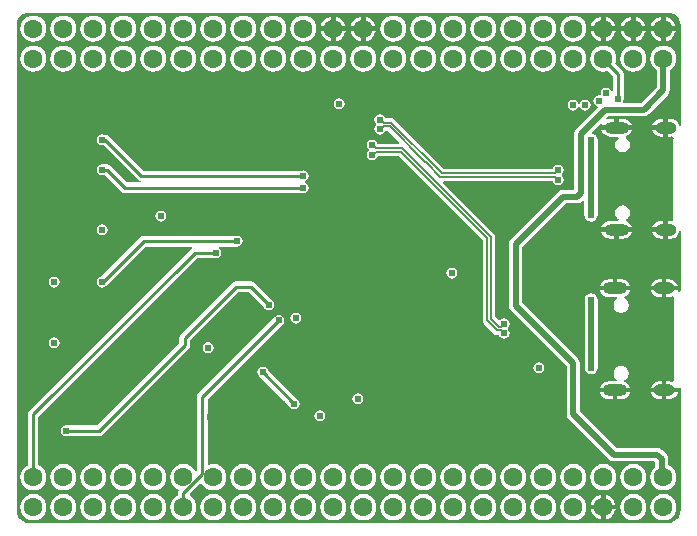
<source format=gbl>
G04*
G04 #@! TF.GenerationSoftware,Altium Limited,Altium Designer,20.2.6 (244)*
G04*
G04 Layer_Physical_Order=4*
G04 Layer_Color=16711680*
%FSLAX25Y25*%
%MOIN*%
G70*
G04*
G04 #@! TF.SameCoordinates,FC4913F0-8007-4352-998A-4485FB7E878D*
G04*
G04*
G04 #@! TF.FilePolarity,Positive*
G04*
G01*
G75*
%ADD10C,0.01000*%
%ADD61C,0.00559*%
%ADD62C,0.01100*%
%ADD63C,0.02000*%
%ADD65O,0.07087X0.03937*%
%ADD66O,0.08268X0.03937*%
%ADD67C,0.06299*%
%ADD68C,0.02400*%
G36*
X357926Y261338D02*
Y261338D01*
X357936Y261337D01*
X358417Y261291D01*
X359063Y261205D01*
X360123Y260767D01*
X361032Y260068D01*
X361731Y259158D01*
X362169Y258099D01*
X362312Y257013D01*
X362302Y256962D01*
Y223556D01*
X361802Y223523D01*
X361768Y223783D01*
X361469Y224505D01*
X360993Y225125D01*
X360373Y225601D01*
X359651Y225900D01*
X358876Y226002D01*
X358051D01*
Y223008D01*
Y220014D01*
X358876D01*
X359502Y220096D01*
X359849Y219845D01*
X359954Y219700D01*
X359920Y219444D01*
X359902Y219353D01*
Y192338D01*
X359906Y192320D01*
X359820Y192174D01*
X359460Y191909D01*
X358876Y191986D01*
X358051D01*
Y188992D01*
Y185998D01*
X358876D01*
X359651Y186100D01*
X360373Y186399D01*
X360993Y186875D01*
X361469Y187495D01*
X361768Y188217D01*
X361802Y188477D01*
X362302Y188444D01*
Y168520D01*
X361995Y168480D01*
X361644Y168334D01*
X361261Y168717D01*
X361268Y168733D01*
X361271Y168758D01*
X357551D01*
Y166514D01*
X358376D01*
X359151Y166616D01*
X359637Y166817D01*
X359836Y166696D01*
X360056Y166450D01*
X359989Y165940D01*
X359971Y165849D01*
Y138834D01*
X359989Y138743D01*
X360012Y138569D01*
X359554Y138217D01*
X359151Y138384D01*
X358376Y138486D01*
X357551D01*
Y136242D01*
X361696D01*
X361768Y136297D01*
X361995Y136203D01*
X362371Y136154D01*
Y95889D01*
X362302Y95545D01*
X362302D01*
X362317Y95528D01*
X362169Y94408D01*
X361731Y93348D01*
X361032Y92438D01*
X360123Y91740D01*
X359063Y91301D01*
X357977Y91158D01*
X357926Y91169D01*
X145328D01*
X145328Y91169D01*
Y91169D01*
X144837Y91216D01*
X144191Y91301D01*
X143131Y91740D01*
X142221Y92438D01*
X141523Y93348D01*
X141084Y94408D01*
X140952Y95416D01*
Y256462D01*
X140952Y256962D01*
D01*
X140997Y257439D01*
X141084Y258099D01*
X141523Y259158D01*
X142221Y260068D01*
X143131Y260767D01*
X144191Y261205D01*
X144843Y261291D01*
X145328Y261338D01*
X145328Y261338D01*
X145819Y261338D01*
X357926D01*
X357926Y261338D01*
D02*
G37*
%LPC*%
G36*
X347250Y260087D02*
Y256750D01*
X350587D01*
X350543Y257083D01*
X350125Y258093D01*
X349460Y258960D01*
X348593Y259625D01*
X347583Y260043D01*
X347250Y260087D01*
D02*
G37*
G36*
X257250D02*
Y256750D01*
X260587D01*
X260543Y257083D01*
X260125Y258093D01*
X259459Y258960D01*
X258593Y259625D01*
X257583Y260043D01*
X257250Y260087D01*
D02*
G37*
G36*
X357250D02*
Y256750D01*
X360587D01*
X360543Y257083D01*
X360125Y258093D01*
X359459Y258960D01*
X358593Y259625D01*
X357583Y260043D01*
X357250Y260087D01*
D02*
G37*
G36*
X337250D02*
Y256750D01*
X340587D01*
X340543Y257083D01*
X340125Y258093D01*
X339459Y258960D01*
X338593Y259625D01*
X337583Y260043D01*
X337250Y260087D01*
D02*
G37*
G36*
X247250D02*
Y256750D01*
X250587D01*
X250543Y257083D01*
X250125Y258093D01*
X249460Y258960D01*
X248593Y259625D01*
X247583Y260043D01*
X247250Y260087D01*
D02*
G37*
G36*
X255750D02*
X255417Y260043D01*
X254407Y259625D01*
X253540Y258960D01*
X252875Y258093D01*
X252457Y257083D01*
X252413Y256750D01*
X255750D01*
Y260087D01*
D02*
G37*
G36*
X345750D02*
X345417Y260043D01*
X344407Y259625D01*
X343541Y258960D01*
X342875Y258093D01*
X342457Y257083D01*
X342413Y256750D01*
X345750D01*
Y260087D01*
D02*
G37*
G36*
X245750D02*
X245417Y260043D01*
X244407Y259625D01*
X243541Y258960D01*
X242875Y258093D01*
X242457Y257083D01*
X242413Y256750D01*
X245750D01*
Y260087D01*
D02*
G37*
G36*
X355750D02*
X355417Y260043D01*
X354407Y259625D01*
X353540Y258960D01*
X352875Y258093D01*
X352457Y257083D01*
X352413Y256750D01*
X355750D01*
Y260087D01*
D02*
G37*
G36*
X335750D02*
X335417Y260043D01*
X334407Y259625D01*
X333541Y258960D01*
X332875Y258093D01*
X332457Y257083D01*
X332413Y256750D01*
X335750D01*
Y260087D01*
D02*
G37*
G36*
X360587Y255250D02*
X357250D01*
Y251913D01*
X357583Y251957D01*
X358593Y252375D01*
X359459Y253041D01*
X360125Y253907D01*
X360543Y254917D01*
X360587Y255250D01*
D02*
G37*
G36*
X350587D02*
X347250D01*
Y251913D01*
X347583Y251957D01*
X348593Y252375D01*
X349460Y253041D01*
X350125Y253907D01*
X350543Y254917D01*
X350587Y255250D01*
D02*
G37*
G36*
X340587D02*
X337250D01*
Y251913D01*
X337583Y251957D01*
X338593Y252375D01*
X339459Y253041D01*
X340125Y253907D01*
X340543Y254917D01*
X340587Y255250D01*
D02*
G37*
G36*
X260587D02*
X257250D01*
Y251913D01*
X257583Y251957D01*
X258593Y252375D01*
X259459Y253041D01*
X260125Y253907D01*
X260543Y254917D01*
X260587Y255250D01*
D02*
G37*
G36*
X250587D02*
X247250D01*
Y251913D01*
X247583Y251957D01*
X248593Y252375D01*
X249460Y253041D01*
X250125Y253907D01*
X250543Y254917D01*
X250587Y255250D01*
D02*
G37*
G36*
X255750D02*
X252413D01*
X252457Y254917D01*
X252875Y253907D01*
X253540Y253041D01*
X254407Y252375D01*
X255417Y251957D01*
X255750Y251913D01*
Y255250D01*
D02*
G37*
G36*
X245750D02*
X242413D01*
X242457Y254917D01*
X242875Y253907D01*
X243541Y253041D01*
X244407Y252375D01*
X245417Y251957D01*
X245750Y251913D01*
Y255250D01*
D02*
G37*
G36*
X355750D02*
X352413D01*
X352457Y254917D01*
X352875Y253907D01*
X353540Y253041D01*
X354407Y252375D01*
X355417Y251957D01*
X355750Y251913D01*
Y255250D01*
D02*
G37*
G36*
X345750D02*
X342413D01*
X342457Y254917D01*
X342875Y253907D01*
X343541Y253041D01*
X344407Y252375D01*
X345417Y251957D01*
X345750Y251913D01*
Y255250D01*
D02*
G37*
G36*
X335750D02*
X332413D01*
X332457Y254917D01*
X332875Y253907D01*
X333541Y253041D01*
X334407Y252375D01*
X335417Y251957D01*
X335750Y251913D01*
Y255250D01*
D02*
G37*
G36*
X326500Y260387D02*
X325364Y260238D01*
X324306Y259799D01*
X323398Y259102D01*
X322701Y258194D01*
X322262Y257136D01*
X322113Y256000D01*
X322262Y254865D01*
X322701Y253806D01*
X323398Y252898D01*
X324306Y252201D01*
X325364Y251762D01*
X326500Y251613D01*
X327636Y251762D01*
X328694Y252201D01*
X329602Y252898D01*
X330299Y253806D01*
X330738Y254865D01*
X330887Y256000D01*
X330738Y257136D01*
X330299Y258194D01*
X329602Y259102D01*
X328694Y259799D01*
X327636Y260238D01*
X326500Y260387D01*
D02*
G37*
G36*
X316500D02*
X315365Y260238D01*
X314306Y259799D01*
X313398Y259102D01*
X312701Y258194D01*
X312262Y257136D01*
X312113Y256000D01*
X312262Y254865D01*
X312701Y253806D01*
X313398Y252898D01*
X314306Y252201D01*
X315365Y251762D01*
X316500Y251613D01*
X317635Y251762D01*
X318694Y252201D01*
X319602Y252898D01*
X320299Y253806D01*
X320738Y254865D01*
X320887Y256000D01*
X320738Y257136D01*
X320299Y258194D01*
X319602Y259102D01*
X318694Y259799D01*
X317635Y260238D01*
X316500Y260387D01*
D02*
G37*
G36*
X306500D02*
X305364Y260238D01*
X304306Y259799D01*
X303398Y259102D01*
X302701Y258194D01*
X302262Y257136D01*
X302113Y256000D01*
X302262Y254865D01*
X302701Y253806D01*
X303398Y252898D01*
X304306Y252201D01*
X305364Y251762D01*
X306500Y251613D01*
X307635Y251762D01*
X308694Y252201D01*
X309602Y252898D01*
X310299Y253806D01*
X310738Y254865D01*
X310887Y256000D01*
X310738Y257136D01*
X310299Y258194D01*
X309602Y259102D01*
X308694Y259799D01*
X307635Y260238D01*
X306500Y260387D01*
D02*
G37*
G36*
X296500D02*
X295364Y260238D01*
X294306Y259799D01*
X293398Y259102D01*
X292701Y258194D01*
X292262Y257136D01*
X292113Y256000D01*
X292262Y254865D01*
X292701Y253806D01*
X293398Y252898D01*
X294306Y252201D01*
X295364Y251762D01*
X296500Y251613D01*
X297636Y251762D01*
X298694Y252201D01*
X299602Y252898D01*
X300299Y253806D01*
X300738Y254865D01*
X300887Y256000D01*
X300738Y257136D01*
X300299Y258194D01*
X299602Y259102D01*
X298694Y259799D01*
X297636Y260238D01*
X296500Y260387D01*
D02*
G37*
G36*
X286500D02*
X285365Y260238D01*
X284306Y259799D01*
X283398Y259102D01*
X282701Y258194D01*
X282262Y257136D01*
X282113Y256000D01*
X282262Y254865D01*
X282701Y253806D01*
X283398Y252898D01*
X284306Y252201D01*
X285365Y251762D01*
X286500Y251613D01*
X287635Y251762D01*
X288694Y252201D01*
X289602Y252898D01*
X290299Y253806D01*
X290738Y254865D01*
X290887Y256000D01*
X290738Y257136D01*
X290299Y258194D01*
X289602Y259102D01*
X288694Y259799D01*
X287635Y260238D01*
X286500Y260387D01*
D02*
G37*
G36*
X276500D02*
X275364Y260238D01*
X274306Y259799D01*
X273398Y259102D01*
X272701Y258194D01*
X272262Y257136D01*
X272113Y256000D01*
X272262Y254865D01*
X272701Y253806D01*
X273398Y252898D01*
X274306Y252201D01*
X275364Y251762D01*
X276500Y251613D01*
X277636Y251762D01*
X278694Y252201D01*
X279602Y252898D01*
X280299Y253806D01*
X280738Y254865D01*
X280887Y256000D01*
X280738Y257136D01*
X280299Y258194D01*
X279602Y259102D01*
X278694Y259799D01*
X277636Y260238D01*
X276500Y260387D01*
D02*
G37*
G36*
X266500D02*
X265365Y260238D01*
X264306Y259799D01*
X263398Y259102D01*
X262701Y258194D01*
X262262Y257136D01*
X262113Y256000D01*
X262262Y254865D01*
X262701Y253806D01*
X263398Y252898D01*
X264306Y252201D01*
X265365Y251762D01*
X266500Y251613D01*
X267635Y251762D01*
X268694Y252201D01*
X269602Y252898D01*
X270299Y253806D01*
X270738Y254865D01*
X270887Y256000D01*
X270738Y257136D01*
X270299Y258194D01*
X269602Y259102D01*
X268694Y259799D01*
X267635Y260238D01*
X266500Y260387D01*
D02*
G37*
G36*
X236500D02*
X235365Y260238D01*
X234306Y259799D01*
X233398Y259102D01*
X232701Y258194D01*
X232262Y257136D01*
X232113Y256000D01*
X232262Y254865D01*
X232701Y253806D01*
X233398Y252898D01*
X234306Y252201D01*
X235365Y251762D01*
X236500Y251613D01*
X237635Y251762D01*
X238694Y252201D01*
X239602Y252898D01*
X240299Y253806D01*
X240738Y254865D01*
X240887Y256000D01*
X240738Y257136D01*
X240299Y258194D01*
X239602Y259102D01*
X238694Y259799D01*
X237635Y260238D01*
X236500Y260387D01*
D02*
G37*
G36*
X226500D02*
X225364Y260238D01*
X224306Y259799D01*
X223398Y259102D01*
X222701Y258194D01*
X222262Y257136D01*
X222113Y256000D01*
X222262Y254865D01*
X222701Y253806D01*
X223398Y252898D01*
X224306Y252201D01*
X225364Y251762D01*
X226500Y251613D01*
X227636Y251762D01*
X228694Y252201D01*
X229602Y252898D01*
X230299Y253806D01*
X230738Y254865D01*
X230887Y256000D01*
X230738Y257136D01*
X230299Y258194D01*
X229602Y259102D01*
X228694Y259799D01*
X227636Y260238D01*
X226500Y260387D01*
D02*
G37*
G36*
X216500D02*
X215365Y260238D01*
X214306Y259799D01*
X213398Y259102D01*
X212701Y258194D01*
X212262Y257136D01*
X212113Y256000D01*
X212262Y254865D01*
X212701Y253806D01*
X213398Y252898D01*
X214306Y252201D01*
X215365Y251762D01*
X216500Y251613D01*
X217635Y251762D01*
X218694Y252201D01*
X219602Y252898D01*
X220299Y253806D01*
X220738Y254865D01*
X220887Y256000D01*
X220738Y257136D01*
X220299Y258194D01*
X219602Y259102D01*
X218694Y259799D01*
X217635Y260238D01*
X216500Y260387D01*
D02*
G37*
G36*
X206500D02*
X205364Y260238D01*
X204306Y259799D01*
X203398Y259102D01*
X202701Y258194D01*
X202262Y257136D01*
X202113Y256000D01*
X202262Y254865D01*
X202701Y253806D01*
X203398Y252898D01*
X204306Y252201D01*
X205364Y251762D01*
X206500Y251613D01*
X207635Y251762D01*
X208694Y252201D01*
X209602Y252898D01*
X210299Y253806D01*
X210738Y254865D01*
X210887Y256000D01*
X210738Y257136D01*
X210299Y258194D01*
X209602Y259102D01*
X208694Y259799D01*
X207635Y260238D01*
X206500Y260387D01*
D02*
G37*
G36*
X196500D02*
X195364Y260238D01*
X194306Y259799D01*
X193398Y259102D01*
X192701Y258194D01*
X192262Y257136D01*
X192113Y256000D01*
X192262Y254865D01*
X192701Y253806D01*
X193398Y252898D01*
X194306Y252201D01*
X195364Y251762D01*
X196500Y251613D01*
X197635Y251762D01*
X198694Y252201D01*
X199602Y252898D01*
X200299Y253806D01*
X200738Y254865D01*
X200887Y256000D01*
X200738Y257136D01*
X200299Y258194D01*
X199602Y259102D01*
X198694Y259799D01*
X197635Y260238D01*
X196500Y260387D01*
D02*
G37*
G36*
X186500D02*
X185364Y260238D01*
X184306Y259799D01*
X183398Y259102D01*
X182701Y258194D01*
X182262Y257136D01*
X182113Y256000D01*
X182262Y254865D01*
X182701Y253806D01*
X183398Y252898D01*
X184306Y252201D01*
X185364Y251762D01*
X186500Y251613D01*
X187636Y251762D01*
X188694Y252201D01*
X189602Y252898D01*
X190299Y253806D01*
X190738Y254865D01*
X190887Y256000D01*
X190738Y257136D01*
X190299Y258194D01*
X189602Y259102D01*
X188694Y259799D01*
X187636Y260238D01*
X186500Y260387D01*
D02*
G37*
G36*
X176500D02*
X175364Y260238D01*
X174306Y259799D01*
X173398Y259102D01*
X172701Y258194D01*
X172262Y257136D01*
X172113Y256000D01*
X172262Y254865D01*
X172701Y253806D01*
X173398Y252898D01*
X174306Y252201D01*
X175364Y251762D01*
X176500Y251613D01*
X177636Y251762D01*
X178694Y252201D01*
X179602Y252898D01*
X180299Y253806D01*
X180738Y254865D01*
X180887Y256000D01*
X180738Y257136D01*
X180299Y258194D01*
X179602Y259102D01*
X178694Y259799D01*
X177636Y260238D01*
X176500Y260387D01*
D02*
G37*
G36*
X166500D02*
X165365Y260238D01*
X164306Y259799D01*
X163398Y259102D01*
X162701Y258194D01*
X162262Y257136D01*
X162113Y256000D01*
X162262Y254865D01*
X162701Y253806D01*
X163398Y252898D01*
X164306Y252201D01*
X165365Y251762D01*
X166500Y251613D01*
X167636Y251762D01*
X168694Y252201D01*
X169602Y252898D01*
X170299Y253806D01*
X170738Y254865D01*
X170887Y256000D01*
X170738Y257136D01*
X170299Y258194D01*
X169602Y259102D01*
X168694Y259799D01*
X167636Y260238D01*
X166500Y260387D01*
D02*
G37*
G36*
X156500D02*
X155365Y260238D01*
X154306Y259799D01*
X153398Y259102D01*
X152701Y258194D01*
X152262Y257136D01*
X152113Y256000D01*
X152262Y254865D01*
X152701Y253806D01*
X153398Y252898D01*
X154306Y252201D01*
X155365Y251762D01*
X156500Y251613D01*
X157635Y251762D01*
X158694Y252201D01*
X159602Y252898D01*
X160299Y253806D01*
X160738Y254865D01*
X160887Y256000D01*
X160738Y257136D01*
X160299Y258194D01*
X159602Y259102D01*
X158694Y259799D01*
X157635Y260238D01*
X156500Y260387D01*
D02*
G37*
G36*
X146500D02*
X145364Y260238D01*
X144306Y259799D01*
X143398Y259102D01*
X142701Y258194D01*
X142262Y257136D01*
X142113Y256000D01*
X142262Y254865D01*
X142701Y253806D01*
X143398Y252898D01*
X144306Y252201D01*
X145364Y251762D01*
X146500Y251613D01*
X147635Y251762D01*
X148694Y252201D01*
X149602Y252898D01*
X150299Y253806D01*
X150738Y254865D01*
X150887Y256000D01*
X150738Y257136D01*
X150299Y258194D01*
X149602Y259102D01*
X148694Y259799D01*
X147635Y260238D01*
X146500Y260387D01*
D02*
G37*
G36*
X346500Y250387D02*
X345364Y250238D01*
X344306Y249799D01*
X343398Y249102D01*
X342701Y248194D01*
X342262Y247135D01*
X342113Y246000D01*
X342262Y244865D01*
X342701Y243806D01*
X343398Y242898D01*
X344306Y242201D01*
X345364Y241762D01*
X346500Y241613D01*
X347636Y241762D01*
X348694Y242201D01*
X349602Y242898D01*
X350299Y243806D01*
X350738Y244865D01*
X350887Y246000D01*
X350738Y247135D01*
X350299Y248194D01*
X349602Y249102D01*
X348694Y249799D01*
X347636Y250238D01*
X346500Y250387D01*
D02*
G37*
G36*
X326500D02*
X325364Y250238D01*
X324306Y249799D01*
X323398Y249102D01*
X322701Y248194D01*
X322262Y247135D01*
X322113Y246000D01*
X322262Y244865D01*
X322701Y243806D01*
X323398Y242898D01*
X324306Y242201D01*
X325364Y241762D01*
X326500Y241613D01*
X327636Y241762D01*
X328694Y242201D01*
X329602Y242898D01*
X330299Y243806D01*
X330738Y244865D01*
X330887Y246000D01*
X330738Y247135D01*
X330299Y248194D01*
X329602Y249102D01*
X328694Y249799D01*
X327636Y250238D01*
X326500Y250387D01*
D02*
G37*
G36*
X316500D02*
X315365Y250238D01*
X314306Y249799D01*
X313398Y249102D01*
X312701Y248194D01*
X312262Y247135D01*
X312113Y246000D01*
X312262Y244865D01*
X312701Y243806D01*
X313398Y242898D01*
X314306Y242201D01*
X315365Y241762D01*
X316500Y241613D01*
X317635Y241762D01*
X318694Y242201D01*
X319602Y242898D01*
X320299Y243806D01*
X320738Y244865D01*
X320887Y246000D01*
X320738Y247135D01*
X320299Y248194D01*
X319602Y249102D01*
X318694Y249799D01*
X317635Y250238D01*
X316500Y250387D01*
D02*
G37*
G36*
X306500D02*
X305364Y250238D01*
X304306Y249799D01*
X303398Y249102D01*
X302701Y248194D01*
X302262Y247135D01*
X302113Y246000D01*
X302262Y244865D01*
X302701Y243806D01*
X303398Y242898D01*
X304306Y242201D01*
X305364Y241762D01*
X306500Y241613D01*
X307635Y241762D01*
X308694Y242201D01*
X309602Y242898D01*
X310299Y243806D01*
X310738Y244865D01*
X310887Y246000D01*
X310738Y247135D01*
X310299Y248194D01*
X309602Y249102D01*
X308694Y249799D01*
X307635Y250238D01*
X306500Y250387D01*
D02*
G37*
G36*
X296500D02*
X295364Y250238D01*
X294306Y249799D01*
X293398Y249102D01*
X292701Y248194D01*
X292262Y247135D01*
X292113Y246000D01*
X292262Y244865D01*
X292701Y243806D01*
X293398Y242898D01*
X294306Y242201D01*
X295364Y241762D01*
X296500Y241613D01*
X297636Y241762D01*
X298694Y242201D01*
X299602Y242898D01*
X300299Y243806D01*
X300738Y244865D01*
X300887Y246000D01*
X300738Y247135D01*
X300299Y248194D01*
X299602Y249102D01*
X298694Y249799D01*
X297636Y250238D01*
X296500Y250387D01*
D02*
G37*
G36*
X286500D02*
X285365Y250238D01*
X284306Y249799D01*
X283398Y249102D01*
X282701Y248194D01*
X282262Y247135D01*
X282113Y246000D01*
X282262Y244865D01*
X282701Y243806D01*
X283398Y242898D01*
X284306Y242201D01*
X285365Y241762D01*
X286500Y241613D01*
X287635Y241762D01*
X288694Y242201D01*
X289602Y242898D01*
X290299Y243806D01*
X290738Y244865D01*
X290887Y246000D01*
X290738Y247135D01*
X290299Y248194D01*
X289602Y249102D01*
X288694Y249799D01*
X287635Y250238D01*
X286500Y250387D01*
D02*
G37*
G36*
X276500D02*
X275364Y250238D01*
X274306Y249799D01*
X273398Y249102D01*
X272701Y248194D01*
X272262Y247135D01*
X272113Y246000D01*
X272262Y244865D01*
X272701Y243806D01*
X273398Y242898D01*
X274306Y242201D01*
X275364Y241762D01*
X276500Y241613D01*
X277636Y241762D01*
X278694Y242201D01*
X279602Y242898D01*
X280299Y243806D01*
X280738Y244865D01*
X280887Y246000D01*
X280738Y247135D01*
X280299Y248194D01*
X279602Y249102D01*
X278694Y249799D01*
X277636Y250238D01*
X276500Y250387D01*
D02*
G37*
G36*
X266500D02*
X265365Y250238D01*
X264306Y249799D01*
X263398Y249102D01*
X262701Y248194D01*
X262262Y247135D01*
X262113Y246000D01*
X262262Y244865D01*
X262701Y243806D01*
X263398Y242898D01*
X264306Y242201D01*
X265365Y241762D01*
X266500Y241613D01*
X267635Y241762D01*
X268694Y242201D01*
X269602Y242898D01*
X270299Y243806D01*
X270738Y244865D01*
X270887Y246000D01*
X270738Y247135D01*
X270299Y248194D01*
X269602Y249102D01*
X268694Y249799D01*
X267635Y250238D01*
X266500Y250387D01*
D02*
G37*
G36*
X256500D02*
X255364Y250238D01*
X254306Y249799D01*
X253398Y249102D01*
X252701Y248194D01*
X252262Y247135D01*
X252113Y246000D01*
X252262Y244865D01*
X252701Y243806D01*
X253398Y242898D01*
X254306Y242201D01*
X255364Y241762D01*
X256500Y241613D01*
X257635Y241762D01*
X258694Y242201D01*
X259602Y242898D01*
X260299Y243806D01*
X260738Y244865D01*
X260887Y246000D01*
X260738Y247135D01*
X260299Y248194D01*
X259602Y249102D01*
X258694Y249799D01*
X257635Y250238D01*
X256500Y250387D01*
D02*
G37*
G36*
X246500D02*
X245364Y250238D01*
X244306Y249799D01*
X243398Y249102D01*
X242701Y248194D01*
X242262Y247135D01*
X242113Y246000D01*
X242262Y244865D01*
X242701Y243806D01*
X243398Y242898D01*
X244306Y242201D01*
X245364Y241762D01*
X246500Y241613D01*
X247636Y241762D01*
X248694Y242201D01*
X249602Y242898D01*
X250299Y243806D01*
X250738Y244865D01*
X250887Y246000D01*
X250738Y247135D01*
X250299Y248194D01*
X249602Y249102D01*
X248694Y249799D01*
X247636Y250238D01*
X246500Y250387D01*
D02*
G37*
G36*
X236500D02*
X235365Y250238D01*
X234306Y249799D01*
X233398Y249102D01*
X232701Y248194D01*
X232262Y247135D01*
X232113Y246000D01*
X232262Y244865D01*
X232701Y243806D01*
X233398Y242898D01*
X234306Y242201D01*
X235365Y241762D01*
X236500Y241613D01*
X237635Y241762D01*
X238694Y242201D01*
X239602Y242898D01*
X240299Y243806D01*
X240738Y244865D01*
X240887Y246000D01*
X240738Y247135D01*
X240299Y248194D01*
X239602Y249102D01*
X238694Y249799D01*
X237635Y250238D01*
X236500Y250387D01*
D02*
G37*
G36*
X226500D02*
X225364Y250238D01*
X224306Y249799D01*
X223398Y249102D01*
X222701Y248194D01*
X222262Y247135D01*
X222113Y246000D01*
X222262Y244865D01*
X222701Y243806D01*
X223398Y242898D01*
X224306Y242201D01*
X225364Y241762D01*
X226500Y241613D01*
X227636Y241762D01*
X228694Y242201D01*
X229602Y242898D01*
X230299Y243806D01*
X230738Y244865D01*
X230887Y246000D01*
X230738Y247135D01*
X230299Y248194D01*
X229602Y249102D01*
X228694Y249799D01*
X227636Y250238D01*
X226500Y250387D01*
D02*
G37*
G36*
X216500D02*
X215365Y250238D01*
X214306Y249799D01*
X213398Y249102D01*
X212701Y248194D01*
X212262Y247135D01*
X212113Y246000D01*
X212262Y244865D01*
X212701Y243806D01*
X213398Y242898D01*
X214306Y242201D01*
X215365Y241762D01*
X216500Y241613D01*
X217635Y241762D01*
X218694Y242201D01*
X219602Y242898D01*
X220299Y243806D01*
X220738Y244865D01*
X220887Y246000D01*
X220738Y247135D01*
X220299Y248194D01*
X219602Y249102D01*
X218694Y249799D01*
X217635Y250238D01*
X216500Y250387D01*
D02*
G37*
G36*
X206500D02*
X205364Y250238D01*
X204306Y249799D01*
X203398Y249102D01*
X202701Y248194D01*
X202262Y247135D01*
X202113Y246000D01*
X202262Y244865D01*
X202701Y243806D01*
X203398Y242898D01*
X204306Y242201D01*
X205364Y241762D01*
X206500Y241613D01*
X207635Y241762D01*
X208694Y242201D01*
X209602Y242898D01*
X210299Y243806D01*
X210738Y244865D01*
X210887Y246000D01*
X210738Y247135D01*
X210299Y248194D01*
X209602Y249102D01*
X208694Y249799D01*
X207635Y250238D01*
X206500Y250387D01*
D02*
G37*
G36*
X196500D02*
X195364Y250238D01*
X194306Y249799D01*
X193398Y249102D01*
X192701Y248194D01*
X192262Y247135D01*
X192113Y246000D01*
X192262Y244865D01*
X192701Y243806D01*
X193398Y242898D01*
X194306Y242201D01*
X195364Y241762D01*
X196500Y241613D01*
X197635Y241762D01*
X198694Y242201D01*
X199602Y242898D01*
X200299Y243806D01*
X200738Y244865D01*
X200887Y246000D01*
X200738Y247135D01*
X200299Y248194D01*
X199602Y249102D01*
X198694Y249799D01*
X197635Y250238D01*
X196500Y250387D01*
D02*
G37*
G36*
X186500D02*
X185364Y250238D01*
X184306Y249799D01*
X183398Y249102D01*
X182701Y248194D01*
X182262Y247135D01*
X182113Y246000D01*
X182262Y244865D01*
X182701Y243806D01*
X183398Y242898D01*
X184306Y242201D01*
X185364Y241762D01*
X186500Y241613D01*
X187636Y241762D01*
X188694Y242201D01*
X189602Y242898D01*
X190299Y243806D01*
X190738Y244865D01*
X190887Y246000D01*
X190738Y247135D01*
X190299Y248194D01*
X189602Y249102D01*
X188694Y249799D01*
X187636Y250238D01*
X186500Y250387D01*
D02*
G37*
G36*
X176500D02*
X175364Y250238D01*
X174306Y249799D01*
X173398Y249102D01*
X172701Y248194D01*
X172262Y247135D01*
X172113Y246000D01*
X172262Y244865D01*
X172701Y243806D01*
X173398Y242898D01*
X174306Y242201D01*
X175364Y241762D01*
X176500Y241613D01*
X177636Y241762D01*
X178694Y242201D01*
X179602Y242898D01*
X180299Y243806D01*
X180738Y244865D01*
X180887Y246000D01*
X180738Y247135D01*
X180299Y248194D01*
X179602Y249102D01*
X178694Y249799D01*
X177636Y250238D01*
X176500Y250387D01*
D02*
G37*
G36*
X166500D02*
X165365Y250238D01*
X164306Y249799D01*
X163398Y249102D01*
X162701Y248194D01*
X162262Y247135D01*
X162113Y246000D01*
X162262Y244865D01*
X162701Y243806D01*
X163398Y242898D01*
X164306Y242201D01*
X165365Y241762D01*
X166500Y241613D01*
X167636Y241762D01*
X168694Y242201D01*
X169602Y242898D01*
X170299Y243806D01*
X170738Y244865D01*
X170887Y246000D01*
X170738Y247135D01*
X170299Y248194D01*
X169602Y249102D01*
X168694Y249799D01*
X167636Y250238D01*
X166500Y250387D01*
D02*
G37*
G36*
X156500D02*
X155365Y250238D01*
X154306Y249799D01*
X153398Y249102D01*
X152701Y248194D01*
X152262Y247135D01*
X152113Y246000D01*
X152262Y244865D01*
X152701Y243806D01*
X153398Y242898D01*
X154306Y242201D01*
X155365Y241762D01*
X156500Y241613D01*
X157635Y241762D01*
X158694Y242201D01*
X159602Y242898D01*
X160299Y243806D01*
X160738Y244865D01*
X160887Y246000D01*
X160738Y247135D01*
X160299Y248194D01*
X159602Y249102D01*
X158694Y249799D01*
X157635Y250238D01*
X156500Y250387D01*
D02*
G37*
G36*
X146500D02*
X145364Y250238D01*
X144306Y249799D01*
X143398Y249102D01*
X142701Y248194D01*
X142262Y247135D01*
X142113Y246000D01*
X142262Y244865D01*
X142701Y243806D01*
X143398Y242898D01*
X144306Y242201D01*
X145364Y241762D01*
X146500Y241613D01*
X147635Y241762D01*
X148694Y242201D01*
X149602Y242898D01*
X150299Y243806D01*
X150738Y244865D01*
X150887Y246000D01*
X150738Y247135D01*
X150299Y248194D01*
X149602Y249102D01*
X148694Y249799D01*
X147635Y250238D01*
X146500Y250387D01*
D02*
G37*
G36*
X356500D02*
X355364Y250238D01*
X354306Y249799D01*
X353398Y249102D01*
X352701Y248194D01*
X352262Y247135D01*
X352113Y246000D01*
X352262Y244865D01*
X352701Y243806D01*
X353398Y242898D01*
X354257Y242239D01*
Y236429D01*
X349071Y231243D01*
X343355D01*
X343120Y231684D01*
X343196Y231798D01*
X343335Y232500D01*
X343284Y232756D01*
Y241000D01*
X343284Y241000D01*
X343148Y241683D01*
X342762Y242262D01*
X342762Y242262D01*
X340568Y244455D01*
X340738Y244865D01*
X340887Y246000D01*
X340738Y247135D01*
X340299Y248194D01*
X339602Y249102D01*
X338694Y249799D01*
X337635Y250238D01*
X336500Y250387D01*
X335365Y250238D01*
X334306Y249799D01*
X333398Y249102D01*
X332701Y248194D01*
X332262Y247135D01*
X332113Y246000D01*
X332262Y244865D01*
X332701Y243806D01*
X333398Y242898D01*
X334306Y242201D01*
X335365Y241762D01*
X336500Y241613D01*
X337635Y241762D01*
X338045Y241932D01*
X339716Y240261D01*
Y235150D01*
X339216Y235101D01*
X339196Y235202D01*
X338798Y235798D01*
X338202Y236196D01*
X337500Y236335D01*
X336798Y236196D01*
X336202Y235798D01*
X335804Y235202D01*
X335665Y234500D01*
X335724Y234201D01*
X335299Y233776D01*
X335000Y233835D01*
X334298Y233696D01*
X333702Y233298D01*
X333304Y232702D01*
X333165Y232000D01*
X333304Y231298D01*
X333702Y230702D01*
X334298Y230304D01*
X334474Y230270D01*
X334619Y229791D01*
X327414Y222586D01*
X326928Y221858D01*
X326757Y221000D01*
Y202243D01*
X323000D01*
X322142Y202072D01*
X321414Y201586D01*
X305713Y185885D01*
X305227Y185157D01*
X305056Y184299D01*
Y172268D01*
Y163701D01*
X305227Y162843D01*
X305713Y162115D01*
X324257Y143571D01*
Y127500D01*
X324428Y126642D01*
X324914Y125914D01*
X338414Y112414D01*
X339142Y111928D01*
X340000Y111757D01*
X353571D01*
X353757Y111571D01*
Y109878D01*
X353398Y109602D01*
X352701Y108694D01*
X352262Y107635D01*
X352113Y106500D01*
X352262Y105365D01*
X352701Y104306D01*
X353398Y103398D01*
X354306Y102701D01*
X355364Y102262D01*
X356500Y102113D01*
X357635Y102262D01*
X358694Y102701D01*
X359602Y103398D01*
X360299Y104306D01*
X360738Y105365D01*
X360887Y106500D01*
X360738Y107635D01*
X360299Y108694D01*
X359602Y109602D01*
X358694Y110299D01*
X358243Y110486D01*
Y112500D01*
X358072Y113358D01*
X357586Y114086D01*
X356086Y115586D01*
X355358Y116072D01*
X354500Y116243D01*
X340929D01*
X328743Y128429D01*
Y144500D01*
X328572Y145358D01*
X328086Y146086D01*
X309542Y164630D01*
Y172268D01*
Y183370D01*
X323929Y197757D01*
X327828D01*
X328687Y197928D01*
X329415Y198414D01*
X329745Y198745D01*
X330207Y198553D01*
Y193950D01*
X330378Y193092D01*
X330864Y192364D01*
X331592Y191878D01*
X332450Y191707D01*
X333309Y191878D01*
X334036Y192364D01*
X334523Y193092D01*
X334693Y193950D01*
Y218844D01*
X334523Y219702D01*
X334036Y220430D01*
X333895Y220571D01*
X333167Y221057D01*
X332905Y221110D01*
X332760Y221588D01*
X335652Y224480D01*
X336076Y224197D01*
X335905Y223783D01*
X335902Y223758D01*
X340212D01*
Y226003D01*
X338797D01*
X338022Y225901D01*
X337609Y225729D01*
X337325Y226153D01*
X337929Y226757D01*
X350000D01*
X350858Y226928D01*
X351586Y227414D01*
X358086Y233914D01*
X358572Y234642D01*
X358743Y235500D01*
Y242239D01*
X359602Y242898D01*
X360299Y243806D01*
X360738Y244865D01*
X360887Y246000D01*
X360738Y247135D01*
X360299Y248194D01*
X359602Y249102D01*
X358694Y249799D01*
X357635Y250238D01*
X356500Y250387D01*
D02*
G37*
G36*
X330500Y232335D02*
X329798Y232196D01*
X329202Y231798D01*
X328804Y231202D01*
X328755Y230953D01*
X328245D01*
X328196Y231202D01*
X327798Y231798D01*
X327202Y232196D01*
X326500Y232335D01*
X325798Y232196D01*
X325202Y231798D01*
X324804Y231202D01*
X324665Y230500D01*
X324804Y229798D01*
X325202Y229202D01*
X325798Y228804D01*
X326500Y228665D01*
X327202Y228804D01*
X327798Y229202D01*
X328196Y229798D01*
X328245Y230047D01*
X328755D01*
X328804Y229798D01*
X329202Y229202D01*
X329798Y228804D01*
X330500Y228665D01*
X331202Y228804D01*
X331798Y229202D01*
X332196Y229798D01*
X332335Y230500D01*
X332196Y231202D01*
X331798Y231798D01*
X331202Y232196D01*
X330500Y232335D01*
D02*
G37*
G36*
X248500Y232835D02*
X247798Y232696D01*
X247202Y232298D01*
X246804Y231702D01*
X246665Y231000D01*
X246804Y230298D01*
X247202Y229702D01*
X247798Y229304D01*
X248500Y229165D01*
X249202Y229304D01*
X249798Y229702D01*
X250196Y230298D01*
X250335Y231000D01*
X250196Y231702D01*
X249798Y232298D01*
X249202Y232696D01*
X248500Y232835D01*
D02*
G37*
G36*
X343128Y226003D02*
X341712D01*
Y223758D01*
X346023D01*
X346020Y223783D01*
X345721Y224505D01*
X345245Y225126D01*
X344625Y225601D01*
X343903Y225901D01*
X343128Y226003D01*
D02*
G37*
G36*
X356551Y226002D02*
X355726D01*
X354951Y225900D01*
X354229Y225601D01*
X353609Y225125D01*
X353133Y224505D01*
X352834Y223783D01*
X352831Y223758D01*
X356551D01*
Y226002D01*
D02*
G37*
G36*
Y222258D02*
X352831D01*
X352834Y222233D01*
X353133Y221511D01*
X353609Y220891D01*
X354229Y220415D01*
X354951Y220116D01*
X355726Y220014D01*
X356551D01*
Y222258D01*
D02*
G37*
G36*
X262000Y227535D02*
X261298Y227396D01*
X260702Y226998D01*
X260304Y226402D01*
X260165Y225700D01*
X260304Y224998D01*
X260702Y224402D01*
X260781Y224350D01*
Y223850D01*
X260702Y223798D01*
X260304Y223202D01*
X260165Y222500D01*
X260304Y221798D01*
X260702Y221202D01*
X261298Y220804D01*
X262000Y220665D01*
X262702Y220804D01*
X263298Y221202D01*
X263696Y221798D01*
X263705Y221844D01*
X263873Y222012D01*
X264716D01*
X268578Y218150D01*
X268386Y217688D01*
X261373D01*
X261205Y217856D01*
X261196Y217902D01*
X260798Y218498D01*
X260202Y218896D01*
X259500Y219035D01*
X258798Y218896D01*
X258202Y218498D01*
X257804Y217902D01*
X257665Y217200D01*
X257804Y216498D01*
X258202Y215902D01*
X258280Y215850D01*
Y215350D01*
X258202Y215298D01*
X257804Y214702D01*
X257665Y214000D01*
X257804Y213298D01*
X258202Y212702D01*
X258798Y212304D01*
X259500Y212165D01*
X260202Y212304D01*
X260798Y212702D01*
X261196Y213298D01*
X261205Y213344D01*
X261373Y213512D01*
X268355D01*
X276433Y205433D01*
X296333Y185534D01*
Y158769D01*
X296447Y158192D01*
X296774Y157702D01*
X300091Y154385D01*
X300580Y154059D01*
X301158Y153944D01*
X301627D01*
X301795Y153776D01*
X301804Y153729D01*
X302202Y153134D01*
X302798Y152736D01*
X303500Y152596D01*
X304202Y152736D01*
X304798Y153134D01*
X305196Y153729D01*
X305335Y154432D01*
X305196Y155134D01*
X304798Y155729D01*
X304719Y155782D01*
Y156282D01*
X304798Y156334D01*
X305196Y156929D01*
X305335Y157632D01*
X305196Y158334D01*
X304798Y158929D01*
X304202Y159327D01*
X303500Y159467D01*
X302798Y159327D01*
X302202Y158929D01*
X302121Y158808D01*
X301623Y158759D01*
X300508Y159874D01*
Y186639D01*
X300394Y187216D01*
X300067Y187706D01*
X283072Y204700D01*
X283263Y205162D01*
X319627D01*
X319795Y204994D01*
X319804Y204948D01*
X320202Y204353D01*
X320798Y203955D01*
X321500Y203815D01*
X322202Y203955D01*
X322798Y204353D01*
X323196Y204948D01*
X323335Y205650D01*
X323196Y206353D01*
X322798Y206948D01*
X322720Y207000D01*
Y207500D01*
X322798Y207553D01*
X323196Y208148D01*
X323335Y208850D01*
X323196Y209553D01*
X322798Y210148D01*
X322202Y210546D01*
X321500Y210686D01*
X320798Y210546D01*
X320202Y210148D01*
X319804Y209553D01*
X319795Y209506D01*
X319627Y209338D01*
X283295D01*
X266887Y225746D01*
X266398Y226073D01*
X265821Y226188D01*
X263873D01*
X263705Y226356D01*
X263696Y226402D01*
X263298Y226998D01*
X262702Y227396D01*
X262000Y227535D01*
D02*
G37*
G36*
X346023Y222258D02*
X340962D01*
X335902D01*
X335905Y222234D01*
X336204Y221511D01*
X336680Y220891D01*
X337300Y220415D01*
X338022Y220116D01*
X338797Y220014D01*
X341488D01*
X341620Y219514D01*
X341341Y219328D01*
X341341Y219328D01*
X340981Y218968D01*
X340981Y218968D01*
X340716Y218571D01*
X340716Y218571D01*
X340521Y218101D01*
X340521Y218101D01*
X340428Y217633D01*
Y217124D01*
X340428Y217124D01*
X340487Y216826D01*
X340521Y216655D01*
X340521Y216655D01*
X340716Y216185D01*
X340716Y216185D01*
X340981Y215788D01*
X340981Y215788D01*
X341341Y215428D01*
X341341Y215428D01*
X341738Y215163D01*
X342208Y214968D01*
X342676Y214875D01*
X343185D01*
X343185Y214875D01*
X343654Y214968D01*
X344124Y215163D01*
X344521Y215428D01*
X344521Y215428D01*
X344881Y215788D01*
X344881Y215788D01*
X345146Y216185D01*
X345341Y216655D01*
X345434Y217124D01*
Y217632D01*
X345434Y217633D01*
X345341Y218101D01*
X345146Y218571D01*
X344881Y218968D01*
X344881Y218968D01*
X344521Y219328D01*
X344521Y219328D01*
X344124Y219593D01*
X344124Y219593D01*
X344005Y219642D01*
X343985Y219735D01*
X344035Y220171D01*
X344625Y220415D01*
X345245Y220891D01*
X345721Y221511D01*
X346020Y222234D01*
X346023Y222258D01*
D02*
G37*
G36*
X169530Y220835D02*
X168827Y220696D01*
X168232Y220298D01*
X167834Y219702D01*
X167694Y219000D01*
X167834Y218298D01*
X168232Y217702D01*
X168827Y217304D01*
X169530Y217165D01*
X169825Y217224D01*
X181274Y205774D01*
X181837Y205399D01*
X182412Y205284D01*
X182362Y204784D01*
X177739D01*
X172291Y210232D01*
X171713Y210619D01*
X171030Y210755D01*
X169786D01*
X169530Y210806D01*
X168827Y210666D01*
X168232Y210268D01*
X167834Y209673D01*
X167694Y208970D01*
X167834Y208268D01*
X168232Y207673D01*
X168827Y207275D01*
X169530Y207135D01*
X169786Y207186D01*
X170291D01*
X175738Y201738D01*
X175738Y201738D01*
X176317Y201351D01*
X177000Y201216D01*
X177000Y201216D01*
X236244D01*
X236500Y201165D01*
X237202Y201304D01*
X237798Y201702D01*
X238196Y202298D01*
X238335Y203000D01*
X238196Y203702D01*
X237798Y204298D01*
X237202Y204696D01*
X236953Y204745D01*
Y205255D01*
X237202Y205304D01*
X237798Y205702D01*
X238196Y206298D01*
X238335Y207000D01*
X238196Y207702D01*
X237798Y208298D01*
X237202Y208696D01*
X236500Y208835D01*
X235987Y208733D01*
X183218D01*
X171726Y220226D01*
X171163Y220601D01*
X170500Y220733D01*
X170042D01*
X169530Y220835D01*
D02*
G37*
G36*
X189000Y195335D02*
X188298Y195196D01*
X187702Y194798D01*
X187304Y194202D01*
X187165Y193500D01*
X187304Y192798D01*
X187702Y192202D01*
X188298Y191804D01*
X189000Y191665D01*
X189702Y191804D01*
X190298Y192202D01*
X190696Y192798D01*
X190835Y193500D01*
X190696Y194202D01*
X190298Y194798D01*
X189702Y195196D01*
X189000Y195335D01*
D02*
G37*
G36*
X356551Y191986D02*
X355726D01*
X354951Y191884D01*
X354229Y191585D01*
X353609Y191109D01*
X353133Y190489D01*
X352834Y189767D01*
X352831Y189742D01*
X356551D01*
Y191986D01*
D02*
G37*
G36*
X342676Y197125D02*
X342379Y197066D01*
X342208Y197032D01*
X342208Y197032D01*
X341738Y196837D01*
X341738Y196837D01*
X341341Y196572D01*
X341341Y196572D01*
X340981Y196212D01*
X340981Y196212D01*
X340716Y195815D01*
X340716Y195815D01*
X340521Y195345D01*
X340521Y195345D01*
X340428Y194877D01*
Y194368D01*
X340428Y194368D01*
X340487Y194070D01*
X340521Y193899D01*
X340521Y193899D01*
X340716Y193429D01*
X340716Y193429D01*
X340981Y193032D01*
X340981Y193032D01*
X341341Y192672D01*
X341341Y192672D01*
X341619Y192486D01*
X341486Y191986D01*
X338798D01*
X338023Y191884D01*
X337301Y191585D01*
X336681Y191109D01*
X336205Y190489D01*
X335906Y189767D01*
X335902Y189742D01*
X340963D01*
X346024D01*
X346020Y189767D01*
X345721Y190489D01*
X345246Y191109D01*
X344625Y191585D01*
X344036Y191829D01*
X343986Y192266D01*
X344006Y192358D01*
X344124Y192407D01*
X344521Y192672D01*
X344521Y192672D01*
X344881Y193032D01*
X344881Y193032D01*
X345146Y193429D01*
X345341Y193899D01*
X345434Y194368D01*
Y194876D01*
X345434Y194877D01*
X345341Y195345D01*
X345146Y195815D01*
X344881Y196212D01*
X344881Y196212D01*
X344521Y196572D01*
X344521Y196572D01*
X344124Y196837D01*
X344124Y196837D01*
X343654Y197032D01*
X343654Y197032D01*
X343185Y197125D01*
X342676D01*
X342676Y197125D01*
D02*
G37*
G36*
X169530Y190835D02*
X168827Y190696D01*
X168232Y190298D01*
X167834Y189702D01*
X167694Y189000D01*
X167834Y188298D01*
X168232Y187702D01*
X168827Y187304D01*
X169530Y187165D01*
X170232Y187304D01*
X170827Y187702D01*
X171225Y188298D01*
X171365Y189000D01*
X171225Y189702D01*
X170827Y190298D01*
X170232Y190696D01*
X169530Y190835D01*
D02*
G37*
G36*
X356551Y188242D02*
X352831D01*
X352834Y188217D01*
X353133Y187495D01*
X353609Y186875D01*
X354229Y186399D01*
X354951Y186100D01*
X355726Y185998D01*
X356551D01*
Y188242D01*
D02*
G37*
G36*
X346024D02*
X341713D01*
Y185998D01*
X343128D01*
X343903Y186100D01*
X344625Y186399D01*
X345246Y186875D01*
X345721Y187495D01*
X346020Y188217D01*
X346024Y188242D01*
D02*
G37*
G36*
X340213D02*
X335902D01*
X335906Y188217D01*
X336205Y187495D01*
X336681Y186875D01*
X337301Y186399D01*
X338023Y186100D01*
X338798Y185998D01*
X340213D01*
Y188242D01*
D02*
G37*
G36*
X214500Y186984D02*
X214244Y186933D01*
X183258D01*
X182575Y186797D01*
X181996Y186410D01*
X168690Y173104D01*
X168232Y172798D01*
X167834Y172202D01*
X167694Y171500D01*
X167834Y170798D01*
X168232Y170202D01*
X168827Y169804D01*
X169530Y169665D01*
X170232Y169804D01*
X170827Y170202D01*
X170835Y170215D01*
X170871Y170238D01*
X183997Y183364D01*
X199403D01*
X199499Y182864D01*
X199022Y182546D01*
X145200Y128723D01*
X144813Y128144D01*
X144677Y127461D01*
Y110453D01*
X144306Y110299D01*
X143398Y109602D01*
X142701Y108694D01*
X142262Y107635D01*
X142113Y106500D01*
X142262Y105365D01*
X142701Y104306D01*
X143398Y103398D01*
X144306Y102701D01*
X145364Y102262D01*
X146500Y102113D01*
X147635Y102262D01*
X148694Y102701D01*
X149602Y103398D01*
X150299Y104306D01*
X150738Y105365D01*
X150887Y106500D01*
X150738Y107635D01*
X150299Y108694D01*
X149602Y109602D01*
X148694Y110299D01*
X148246Y110485D01*
Y126722D01*
X201023Y179500D01*
X207143D01*
X207399Y179449D01*
X208101Y179588D01*
X208697Y179986D01*
X209095Y180582D01*
X209234Y181284D01*
X209095Y181986D01*
X208697Y182582D01*
X208274Y182864D01*
X208426Y183364D01*
X214244D01*
X214500Y183313D01*
X215202Y183453D01*
X215798Y183851D01*
X216196Y184446D01*
X216335Y185148D01*
X216196Y185851D01*
X215798Y186446D01*
X215202Y186844D01*
X214500Y186984D01*
D02*
G37*
G36*
X286000Y176335D02*
X285298Y176196D01*
X284702Y175798D01*
X284304Y175202D01*
X284165Y174500D01*
X284304Y173798D01*
X284702Y173202D01*
X285298Y172804D01*
X286000Y172665D01*
X286702Y172804D01*
X287298Y173202D01*
X287696Y173798D01*
X287835Y174500D01*
X287696Y175202D01*
X287298Y175798D01*
X286702Y176196D01*
X286000Y176335D01*
D02*
G37*
G36*
X342628Y172503D02*
X341212D01*
Y170258D01*
X345523D01*
X345520Y170283D01*
X345221Y171005D01*
X344745Y171626D01*
X344125Y172101D01*
X343403Y172400D01*
X342628Y172503D01*
D02*
G37*
G36*
X339712D02*
X338297D01*
X337522Y172400D01*
X336800Y172101D01*
X336180Y171626D01*
X335704Y171005D01*
X335405Y170283D01*
X335402Y170258D01*
X339712D01*
Y172503D01*
D02*
G37*
G36*
X358376Y172502D02*
X357551D01*
Y170258D01*
X361271D01*
X361268Y170283D01*
X360969Y171005D01*
X360493Y171625D01*
X359873Y172101D01*
X359151Y172400D01*
X358376Y172502D01*
D02*
G37*
G36*
X356051D02*
X355226D01*
X354451Y172400D01*
X353729Y172101D01*
X353109Y171625D01*
X352633Y171005D01*
X352334Y170283D01*
X352331Y170258D01*
X356051D01*
Y172502D01*
D02*
G37*
G36*
X153500Y173335D02*
X152798Y173196D01*
X152202Y172798D01*
X151804Y172202D01*
X151665Y171500D01*
X151804Y170798D01*
X152202Y170202D01*
X152798Y169804D01*
X153500Y169665D01*
X154202Y169804D01*
X154798Y170202D01*
X155196Y170798D01*
X155335Y171500D01*
X155196Y172202D01*
X154798Y172798D01*
X154202Y173196D01*
X153500Y173335D01*
D02*
G37*
G36*
X356051Y168758D02*
X352331D01*
X352334Y168733D01*
X352633Y168011D01*
X353109Y167391D01*
X353729Y166915D01*
X354451Y166616D01*
X355226Y166514D01*
X356051D01*
Y168758D01*
D02*
G37*
G36*
X219000Y171784D02*
X214000D01*
X213317Y171649D01*
X212738Y171262D01*
X195738Y154262D01*
X195352Y153683D01*
X195216Y153000D01*
Y151239D01*
X167761Y123784D01*
X157756D01*
X157500Y123835D01*
X156798Y123696D01*
X156202Y123298D01*
X155804Y122702D01*
X155665Y122000D01*
X155804Y121298D01*
X156202Y120702D01*
X156798Y120304D01*
X157500Y120165D01*
X157756Y120216D01*
X168500D01*
X169183Y120352D01*
X169762Y120738D01*
X198262Y149238D01*
X198262Y149238D01*
X198649Y149817D01*
X198784Y150500D01*
X198784Y150500D01*
Y152261D01*
X214739Y168216D01*
X218261D01*
X223557Y162919D01*
X223702Y162702D01*
X224298Y162304D01*
X225000Y162165D01*
X225702Y162304D01*
X226298Y162702D01*
X226696Y163298D01*
X226835Y164000D01*
X226696Y164702D01*
X226298Y165298D01*
X226080Y165443D01*
X220262Y171262D01*
X219683Y171649D01*
X219000Y171784D01*
D02*
G37*
G36*
X345523Y168758D02*
X340462D01*
X335402D01*
X335405Y168734D01*
X335704Y168011D01*
X336180Y167391D01*
X336800Y166915D01*
X337522Y166616D01*
X338297Y166514D01*
X340988D01*
X341120Y166014D01*
X340841Y165828D01*
X340841Y165828D01*
X340481Y165468D01*
X340481Y165468D01*
X340216Y165071D01*
X340216Y165071D01*
X340021Y164601D01*
X340021Y164601D01*
X339928Y164132D01*
Y163623D01*
X339928Y163623D01*
X339987Y163326D01*
X340021Y163155D01*
X340021Y163155D01*
X340216Y162685D01*
X340216Y162685D01*
X340481Y162288D01*
X340481Y162288D01*
X340841Y161928D01*
X340841Y161928D01*
X341238Y161663D01*
X341708Y161468D01*
X342177Y161375D01*
X342685D01*
X342686Y161375D01*
X343154Y161468D01*
X343624Y161663D01*
X344021Y161928D01*
X344021Y161928D01*
X344381Y162288D01*
X344381Y162288D01*
X344646Y162685D01*
X344841Y163155D01*
X344934Y163623D01*
Y164132D01*
X344934Y164132D01*
X344841Y164601D01*
X344646Y165071D01*
X344381Y165468D01*
X344381Y165468D01*
X344021Y165828D01*
X344021Y165828D01*
X343624Y166093D01*
X343624Y166093D01*
X343505Y166142D01*
X343485Y166235D01*
X343535Y166671D01*
X344125Y166915D01*
X344745Y167391D01*
X345221Y168011D01*
X345520Y168734D01*
X345523Y168758D01*
D02*
G37*
G36*
X234000Y161335D02*
X233298Y161196D01*
X232702Y160798D01*
X232304Y160202D01*
X232165Y159500D01*
X232304Y158798D01*
X232702Y158202D01*
X233298Y157804D01*
X234000Y157665D01*
X234702Y157804D01*
X235298Y158202D01*
X235696Y158798D01*
X235835Y159500D01*
X235696Y160202D01*
X235298Y160798D01*
X234702Y161196D01*
X234000Y161335D01*
D02*
G37*
G36*
X153500Y153085D02*
X152798Y152946D01*
X152202Y152548D01*
X151804Y151952D01*
X151665Y151250D01*
X151804Y150548D01*
X152202Y149952D01*
X152798Y149554D01*
X153500Y149415D01*
X154202Y149554D01*
X154798Y149952D01*
X155196Y150548D01*
X155335Y151250D01*
X155196Y151952D01*
X154798Y152548D01*
X154202Y152946D01*
X153500Y153085D01*
D02*
G37*
G36*
X204834Y151567D02*
X204131Y151427D01*
X203536Y151029D01*
X203138Y150434D01*
X202998Y149732D01*
X203138Y149029D01*
X203536Y148434D01*
X204131Y148036D01*
X204834Y147896D01*
X205536Y148036D01*
X206132Y148434D01*
X206529Y149029D01*
X206669Y149732D01*
X206529Y150434D01*
X206132Y151029D01*
X205536Y151427D01*
X204834Y151567D01*
D02*
G37*
G36*
X315000Y144835D02*
X314298Y144696D01*
X313702Y144298D01*
X313304Y143702D01*
X313165Y143000D01*
X313304Y142298D01*
X313702Y141702D01*
X314298Y141304D01*
X315000Y141165D01*
X315702Y141304D01*
X316298Y141702D01*
X316696Y142298D01*
X316835Y143000D01*
X316696Y143702D01*
X316298Y144298D01*
X315702Y144696D01*
X315000Y144835D01*
D02*
G37*
G36*
X332500Y167743D02*
X331642Y167572D01*
X330914Y167086D01*
X330428Y166358D01*
X330257Y165500D01*
Y143000D01*
X330428Y142142D01*
X330914Y141414D01*
X331642Y140928D01*
X332500Y140757D01*
X333358Y140928D01*
X334086Y141414D01*
X334572Y142142D01*
X334743Y143000D01*
Y165500D01*
X334572Y166358D01*
X334086Y167086D01*
X333358Y167572D01*
X332500Y167743D01*
D02*
G37*
G36*
X356051Y138486D02*
X355226D01*
X354451Y138384D01*
X353729Y138085D01*
X353109Y137609D01*
X352633Y136989D01*
X352334Y136267D01*
X352331Y136242D01*
X356051D01*
Y138486D01*
D02*
G37*
G36*
X342177Y143625D02*
X341879Y143566D01*
X341708Y143532D01*
X341708Y143532D01*
X341238Y143337D01*
X341238Y143337D01*
X340841Y143072D01*
X340841Y143072D01*
X340481Y142712D01*
X340481Y142712D01*
X340216Y142315D01*
X340216Y142315D01*
X340021Y141845D01*
X340021Y141845D01*
X339928Y141376D01*
Y140867D01*
X339928Y140867D01*
X339987Y140570D01*
X340021Y140399D01*
X340021Y140399D01*
X340216Y139929D01*
X340216Y139929D01*
X340481Y139532D01*
X340481Y139532D01*
X340841Y139172D01*
X340841Y139172D01*
X341120Y138986D01*
X340986Y138486D01*
X338298D01*
X337523Y138384D01*
X336801Y138085D01*
X336180Y137609D01*
X335705Y136989D01*
X335405Y136267D01*
X335402Y136242D01*
X340463D01*
X345524D01*
X345520Y136267D01*
X345221Y136989D01*
X344745Y137609D01*
X344125Y138085D01*
X343536Y138329D01*
X343486Y138766D01*
X343506Y138858D01*
X343624Y138907D01*
X344021Y139172D01*
X344021Y139172D01*
X344381Y139532D01*
X344381Y139532D01*
X344646Y139929D01*
X344841Y140399D01*
X344934Y140867D01*
Y141376D01*
X344934Y141376D01*
X344841Y141845D01*
X344646Y142315D01*
X344381Y142712D01*
X344381Y142712D01*
X344021Y143072D01*
X344021Y143072D01*
X343624Y143337D01*
X343624Y143337D01*
X343154Y143532D01*
X343154Y143532D01*
X342686Y143625D01*
X342177D01*
X342177Y143625D01*
D02*
G37*
G36*
X361271Y134742D02*
X357551D01*
Y132498D01*
X358376D01*
X359151Y132600D01*
X359873Y132899D01*
X360493Y133375D01*
X360969Y133995D01*
X361268Y134717D01*
X361271Y134742D01*
D02*
G37*
G36*
X356051D02*
X352331D01*
X352334Y134717D01*
X352633Y133995D01*
X353109Y133375D01*
X353729Y132899D01*
X354451Y132600D01*
X355226Y132498D01*
X356051D01*
Y134742D01*
D02*
G37*
G36*
X345524D02*
X341213D01*
Y132498D01*
X342628D01*
X343403Y132600D01*
X344125Y132899D01*
X344745Y133375D01*
X345221Y133995D01*
X345520Y134717D01*
X345524Y134742D01*
D02*
G37*
G36*
X339713D02*
X335402D01*
X335405Y134717D01*
X335705Y133995D01*
X336180Y133375D01*
X336801Y132899D01*
X337523Y132600D01*
X338298Y132498D01*
X339713D01*
Y134742D01*
D02*
G37*
G36*
X254728Y134441D02*
X254025Y134302D01*
X253430Y133904D01*
X253032Y133308D01*
X252892Y132606D01*
X253032Y131904D01*
X253430Y131308D01*
X254025Y130911D01*
X254728Y130771D01*
X255430Y130911D01*
X256025Y131308D01*
X256423Y131904D01*
X256563Y132606D01*
X256423Y133308D01*
X256025Y133904D01*
X255430Y134302D01*
X254728Y134441D01*
D02*
G37*
G36*
X223000Y143335D02*
X222298Y143196D01*
X221702Y142798D01*
X221304Y142202D01*
X221165Y141500D01*
X221304Y140798D01*
X221702Y140202D01*
X222137Y139912D01*
X231912Y130137D01*
X232202Y129702D01*
X232798Y129304D01*
X233500Y129165D01*
X234202Y129304D01*
X234798Y129702D01*
X235196Y130298D01*
X235335Y131000D01*
X235196Y131702D01*
X234798Y132298D01*
X234363Y132588D01*
X224588Y142363D01*
X224298Y142798D01*
X223702Y143196D01*
X223000Y143335D01*
D02*
G37*
G36*
X242000Y128835D02*
X241298Y128696D01*
X240702Y128298D01*
X240304Y127702D01*
X240165Y127000D01*
X240304Y126298D01*
X240702Y125702D01*
X241298Y125304D01*
X242000Y125165D01*
X242702Y125304D01*
X243298Y125702D01*
X243696Y126298D01*
X243835Y127000D01*
X243696Y127702D01*
X243298Y128298D01*
X242702Y128696D01*
X242000Y128835D01*
D02*
G37*
G36*
X228343Y160576D02*
X227641Y160436D01*
X227045Y160038D01*
X226900Y159821D01*
X201539Y134460D01*
X201152Y133881D01*
X201016Y133198D01*
Y108727D01*
X200875Y108611D01*
X200361Y108685D01*
X200256Y108750D01*
X199602Y109602D01*
X198694Y110299D01*
X197635Y110738D01*
X196500Y110887D01*
X195364Y110738D01*
X194306Y110299D01*
X193398Y109602D01*
X192701Y108694D01*
X192262Y107635D01*
X192113Y106500D01*
X192262Y105365D01*
X192701Y104306D01*
X193398Y103398D01*
X194306Y102701D01*
X194770Y102509D01*
X194915Y102030D01*
X194883Y101982D01*
X194747Y101300D01*
Y100482D01*
X194306Y100299D01*
X193398Y99602D01*
X192701Y98694D01*
X192262Y97636D01*
X192113Y96500D01*
X192262Y95364D01*
X192701Y94306D01*
X193398Y93398D01*
X194306Y92701D01*
X195364Y92262D01*
X196500Y92113D01*
X197635Y92262D01*
X198694Y92701D01*
X199602Y93398D01*
X200299Y94306D01*
X200738Y95364D01*
X200887Y96500D01*
X200738Y97636D01*
X200299Y98694D01*
X199602Y99602D01*
X198732Y100270D01*
X198690Y100332D01*
X198625Y100869D01*
X202195Y104440D01*
X202596Y104360D01*
X202730Y104268D01*
X203398Y103398D01*
X204306Y102701D01*
X205364Y102262D01*
X206500Y102113D01*
X207635Y102262D01*
X208694Y102701D01*
X209602Y103398D01*
X210299Y104306D01*
X210738Y105365D01*
X210887Y106500D01*
X210738Y107635D01*
X210299Y108694D01*
X209602Y109602D01*
X208694Y110299D01*
X207635Y110738D01*
X206500Y110887D01*
X205364Y110738D01*
X205000Y110587D01*
X204585Y110865D01*
Y132459D01*
X229423Y157298D01*
X229641Y157443D01*
X230038Y158038D01*
X230178Y158740D01*
X230038Y159443D01*
X229641Y160038D01*
X229045Y160436D01*
X228343Y160576D01*
D02*
G37*
G36*
X346500Y110887D02*
X345364Y110738D01*
X344306Y110299D01*
X343398Y109602D01*
X342701Y108694D01*
X342262Y107635D01*
X342113Y106500D01*
X342262Y105365D01*
X342701Y104306D01*
X343398Y103398D01*
X344306Y102701D01*
X345364Y102262D01*
X346500Y102113D01*
X347636Y102262D01*
X348694Y102701D01*
X349602Y103398D01*
X350299Y104306D01*
X350738Y105365D01*
X350887Y106500D01*
X350738Y107635D01*
X350299Y108694D01*
X349602Y109602D01*
X348694Y110299D01*
X347636Y110738D01*
X346500Y110887D01*
D02*
G37*
G36*
X336500D02*
X335365Y110738D01*
X334306Y110299D01*
X333398Y109602D01*
X332701Y108694D01*
X332262Y107635D01*
X332113Y106500D01*
X332262Y105365D01*
X332701Y104306D01*
X333398Y103398D01*
X334306Y102701D01*
X335365Y102262D01*
X336500Y102113D01*
X337635Y102262D01*
X338694Y102701D01*
X339602Y103398D01*
X340299Y104306D01*
X340738Y105365D01*
X340887Y106500D01*
X340738Y107635D01*
X340299Y108694D01*
X339602Y109602D01*
X338694Y110299D01*
X337635Y110738D01*
X336500Y110887D01*
D02*
G37*
G36*
X326500D02*
X325364Y110738D01*
X324306Y110299D01*
X323398Y109602D01*
X322701Y108694D01*
X322262Y107635D01*
X322113Y106500D01*
X322262Y105365D01*
X322701Y104306D01*
X323398Y103398D01*
X324306Y102701D01*
X325364Y102262D01*
X326500Y102113D01*
X327636Y102262D01*
X328694Y102701D01*
X329602Y103398D01*
X330299Y104306D01*
X330738Y105365D01*
X330887Y106500D01*
X330738Y107635D01*
X330299Y108694D01*
X329602Y109602D01*
X328694Y110299D01*
X327636Y110738D01*
X326500Y110887D01*
D02*
G37*
G36*
X316500D02*
X315365Y110738D01*
X314306Y110299D01*
X313398Y109602D01*
X312701Y108694D01*
X312262Y107635D01*
X312113Y106500D01*
X312262Y105365D01*
X312701Y104306D01*
X313398Y103398D01*
X314306Y102701D01*
X315365Y102262D01*
X316500Y102113D01*
X317635Y102262D01*
X318694Y102701D01*
X319602Y103398D01*
X320299Y104306D01*
X320738Y105365D01*
X320887Y106500D01*
X320738Y107635D01*
X320299Y108694D01*
X319602Y109602D01*
X318694Y110299D01*
X317635Y110738D01*
X316500Y110887D01*
D02*
G37*
G36*
X306500D02*
X305364Y110738D01*
X304306Y110299D01*
X303398Y109602D01*
X302701Y108694D01*
X302262Y107635D01*
X302113Y106500D01*
X302262Y105365D01*
X302701Y104306D01*
X303398Y103398D01*
X304306Y102701D01*
X305364Y102262D01*
X306500Y102113D01*
X307635Y102262D01*
X308694Y102701D01*
X309602Y103398D01*
X310299Y104306D01*
X310738Y105365D01*
X310887Y106500D01*
X310738Y107635D01*
X310299Y108694D01*
X309602Y109602D01*
X308694Y110299D01*
X307635Y110738D01*
X306500Y110887D01*
D02*
G37*
G36*
X296500D02*
X295364Y110738D01*
X294306Y110299D01*
X293398Y109602D01*
X292701Y108694D01*
X292262Y107635D01*
X292113Y106500D01*
X292262Y105365D01*
X292701Y104306D01*
X293398Y103398D01*
X294306Y102701D01*
X295364Y102262D01*
X296500Y102113D01*
X297636Y102262D01*
X298694Y102701D01*
X299602Y103398D01*
X300299Y104306D01*
X300738Y105365D01*
X300887Y106500D01*
X300738Y107635D01*
X300299Y108694D01*
X299602Y109602D01*
X298694Y110299D01*
X297636Y110738D01*
X296500Y110887D01*
D02*
G37*
G36*
X286500D02*
X285365Y110738D01*
X284306Y110299D01*
X283398Y109602D01*
X282701Y108694D01*
X282262Y107635D01*
X282113Y106500D01*
X282262Y105365D01*
X282701Y104306D01*
X283398Y103398D01*
X284306Y102701D01*
X285365Y102262D01*
X286500Y102113D01*
X287635Y102262D01*
X288694Y102701D01*
X289602Y103398D01*
X290299Y104306D01*
X290738Y105365D01*
X290887Y106500D01*
X290738Y107635D01*
X290299Y108694D01*
X289602Y109602D01*
X288694Y110299D01*
X287635Y110738D01*
X286500Y110887D01*
D02*
G37*
G36*
X276500D02*
X275364Y110738D01*
X274306Y110299D01*
X273398Y109602D01*
X272701Y108694D01*
X272262Y107635D01*
X272113Y106500D01*
X272262Y105365D01*
X272701Y104306D01*
X273398Y103398D01*
X274306Y102701D01*
X275364Y102262D01*
X276500Y102113D01*
X277636Y102262D01*
X278694Y102701D01*
X279602Y103398D01*
X280299Y104306D01*
X280738Y105365D01*
X280887Y106500D01*
X280738Y107635D01*
X280299Y108694D01*
X279602Y109602D01*
X278694Y110299D01*
X277636Y110738D01*
X276500Y110887D01*
D02*
G37*
G36*
X266500D02*
X265365Y110738D01*
X264306Y110299D01*
X263398Y109602D01*
X262701Y108694D01*
X262262Y107635D01*
X262113Y106500D01*
X262262Y105365D01*
X262701Y104306D01*
X263398Y103398D01*
X264306Y102701D01*
X265365Y102262D01*
X266500Y102113D01*
X267635Y102262D01*
X268694Y102701D01*
X269602Y103398D01*
X270299Y104306D01*
X270738Y105365D01*
X270887Y106500D01*
X270738Y107635D01*
X270299Y108694D01*
X269602Y109602D01*
X268694Y110299D01*
X267635Y110738D01*
X266500Y110887D01*
D02*
G37*
G36*
X256500D02*
X255364Y110738D01*
X254306Y110299D01*
X253398Y109602D01*
X252701Y108694D01*
X252262Y107635D01*
X252113Y106500D01*
X252262Y105365D01*
X252701Y104306D01*
X253398Y103398D01*
X254306Y102701D01*
X255364Y102262D01*
X256500Y102113D01*
X257635Y102262D01*
X258694Y102701D01*
X259602Y103398D01*
X260299Y104306D01*
X260738Y105365D01*
X260887Y106500D01*
X260738Y107635D01*
X260299Y108694D01*
X259602Y109602D01*
X258694Y110299D01*
X257635Y110738D01*
X256500Y110887D01*
D02*
G37*
G36*
X246500D02*
X245364Y110738D01*
X244306Y110299D01*
X243398Y109602D01*
X242701Y108694D01*
X242262Y107635D01*
X242113Y106500D01*
X242262Y105365D01*
X242701Y104306D01*
X243398Y103398D01*
X244306Y102701D01*
X245364Y102262D01*
X246500Y102113D01*
X247636Y102262D01*
X248694Y102701D01*
X249602Y103398D01*
X250299Y104306D01*
X250738Y105365D01*
X250887Y106500D01*
X250738Y107635D01*
X250299Y108694D01*
X249602Y109602D01*
X248694Y110299D01*
X247636Y110738D01*
X246500Y110887D01*
D02*
G37*
G36*
X236500D02*
X235365Y110738D01*
X234306Y110299D01*
X233398Y109602D01*
X232701Y108694D01*
X232262Y107635D01*
X232113Y106500D01*
X232262Y105365D01*
X232701Y104306D01*
X233398Y103398D01*
X234306Y102701D01*
X235365Y102262D01*
X236500Y102113D01*
X237635Y102262D01*
X238694Y102701D01*
X239602Y103398D01*
X240299Y104306D01*
X240738Y105365D01*
X240887Y106500D01*
X240738Y107635D01*
X240299Y108694D01*
X239602Y109602D01*
X238694Y110299D01*
X237635Y110738D01*
X236500Y110887D01*
D02*
G37*
G36*
X226500D02*
X225364Y110738D01*
X224306Y110299D01*
X223398Y109602D01*
X222701Y108694D01*
X222262Y107635D01*
X222113Y106500D01*
X222262Y105365D01*
X222701Y104306D01*
X223398Y103398D01*
X224306Y102701D01*
X225364Y102262D01*
X226500Y102113D01*
X227636Y102262D01*
X228694Y102701D01*
X229602Y103398D01*
X230299Y104306D01*
X230738Y105365D01*
X230887Y106500D01*
X230738Y107635D01*
X230299Y108694D01*
X229602Y109602D01*
X228694Y110299D01*
X227636Y110738D01*
X226500Y110887D01*
D02*
G37*
G36*
X216500D02*
X215365Y110738D01*
X214306Y110299D01*
X213398Y109602D01*
X212701Y108694D01*
X212262Y107635D01*
X212113Y106500D01*
X212262Y105365D01*
X212701Y104306D01*
X213398Y103398D01*
X214306Y102701D01*
X215365Y102262D01*
X216500Y102113D01*
X217635Y102262D01*
X218694Y102701D01*
X219602Y103398D01*
X220299Y104306D01*
X220738Y105365D01*
X220887Y106500D01*
X220738Y107635D01*
X220299Y108694D01*
X219602Y109602D01*
X218694Y110299D01*
X217635Y110738D01*
X216500Y110887D01*
D02*
G37*
G36*
X186500D02*
X185364Y110738D01*
X184306Y110299D01*
X183398Y109602D01*
X182701Y108694D01*
X182262Y107635D01*
X182113Y106500D01*
X182262Y105365D01*
X182701Y104306D01*
X183398Y103398D01*
X184306Y102701D01*
X185364Y102262D01*
X186500Y102113D01*
X187636Y102262D01*
X188694Y102701D01*
X189602Y103398D01*
X190299Y104306D01*
X190738Y105365D01*
X190887Y106500D01*
X190738Y107635D01*
X190299Y108694D01*
X189602Y109602D01*
X188694Y110299D01*
X187636Y110738D01*
X186500Y110887D01*
D02*
G37*
G36*
X176500D02*
X175364Y110738D01*
X174306Y110299D01*
X173398Y109602D01*
X172701Y108694D01*
X172262Y107635D01*
X172113Y106500D01*
X172262Y105365D01*
X172701Y104306D01*
X173398Y103398D01*
X174306Y102701D01*
X175364Y102262D01*
X176500Y102113D01*
X177636Y102262D01*
X178694Y102701D01*
X179602Y103398D01*
X180299Y104306D01*
X180738Y105365D01*
X180887Y106500D01*
X180738Y107635D01*
X180299Y108694D01*
X179602Y109602D01*
X178694Y110299D01*
X177636Y110738D01*
X176500Y110887D01*
D02*
G37*
G36*
X166500D02*
X165365Y110738D01*
X164306Y110299D01*
X163398Y109602D01*
X162701Y108694D01*
X162262Y107635D01*
X162113Y106500D01*
X162262Y105365D01*
X162701Y104306D01*
X163398Y103398D01*
X164306Y102701D01*
X165365Y102262D01*
X166500Y102113D01*
X167636Y102262D01*
X168694Y102701D01*
X169602Y103398D01*
X170299Y104306D01*
X170738Y105365D01*
X170887Y106500D01*
X170738Y107635D01*
X170299Y108694D01*
X169602Y109602D01*
X168694Y110299D01*
X167636Y110738D01*
X166500Y110887D01*
D02*
G37*
G36*
X156500D02*
X155365Y110738D01*
X154306Y110299D01*
X153398Y109602D01*
X152701Y108694D01*
X152262Y107635D01*
X152113Y106500D01*
X152262Y105365D01*
X152701Y104306D01*
X153398Y103398D01*
X154306Y102701D01*
X155365Y102262D01*
X156500Y102113D01*
X157635Y102262D01*
X158694Y102701D01*
X159602Y103398D01*
X160299Y104306D01*
X160738Y105365D01*
X160887Y106500D01*
X160738Y107635D01*
X160299Y108694D01*
X159602Y109602D01*
X158694Y110299D01*
X157635Y110738D01*
X156500Y110887D01*
D02*
G37*
G36*
X337250Y100587D02*
Y97250D01*
X340587D01*
X340543Y97583D01*
X340125Y98593D01*
X339459Y99459D01*
X338593Y100125D01*
X337583Y100543D01*
X337250Y100587D01*
D02*
G37*
G36*
X335750D02*
X335417Y100543D01*
X334407Y100125D01*
X333541Y99459D01*
X332875Y98593D01*
X332457Y97583D01*
X332413Y97250D01*
X335750D01*
Y100587D01*
D02*
G37*
G36*
X340587Y95750D02*
X337250D01*
Y92413D01*
X337583Y92457D01*
X338593Y92875D01*
X339459Y93541D01*
X340125Y94407D01*
X340543Y95417D01*
X340587Y95750D01*
D02*
G37*
G36*
X335750D02*
X332413D01*
X332457Y95417D01*
X332875Y94407D01*
X333541Y93541D01*
X334407Y92875D01*
X335417Y92457D01*
X335750Y92413D01*
Y95750D01*
D02*
G37*
G36*
X356500Y100887D02*
X355364Y100738D01*
X354306Y100299D01*
X353398Y99602D01*
X352701Y98694D01*
X352262Y97636D01*
X352113Y96500D01*
X352262Y95364D01*
X352701Y94306D01*
X353398Y93398D01*
X354306Y92701D01*
X355364Y92262D01*
X356500Y92113D01*
X357635Y92262D01*
X358694Y92701D01*
X359602Y93398D01*
X360299Y94306D01*
X360738Y95364D01*
X360887Y96500D01*
X360738Y97636D01*
X360299Y98694D01*
X359602Y99602D01*
X358694Y100299D01*
X357635Y100738D01*
X356500Y100887D01*
D02*
G37*
G36*
X346500D02*
X345364Y100738D01*
X344306Y100299D01*
X343398Y99602D01*
X342701Y98694D01*
X342262Y97636D01*
X342113Y96500D01*
X342262Y95364D01*
X342701Y94306D01*
X343398Y93398D01*
X344306Y92701D01*
X345364Y92262D01*
X346500Y92113D01*
X347636Y92262D01*
X348694Y92701D01*
X349602Y93398D01*
X350299Y94306D01*
X350738Y95364D01*
X350887Y96500D01*
X350738Y97636D01*
X350299Y98694D01*
X349602Y99602D01*
X348694Y100299D01*
X347636Y100738D01*
X346500Y100887D01*
D02*
G37*
G36*
X326500D02*
X325364Y100738D01*
X324306Y100299D01*
X323398Y99602D01*
X322701Y98694D01*
X322262Y97636D01*
X322113Y96500D01*
X322262Y95364D01*
X322701Y94306D01*
X323398Y93398D01*
X324306Y92701D01*
X325364Y92262D01*
X326500Y92113D01*
X327636Y92262D01*
X328694Y92701D01*
X329602Y93398D01*
X330299Y94306D01*
X330738Y95364D01*
X330887Y96500D01*
X330738Y97636D01*
X330299Y98694D01*
X329602Y99602D01*
X328694Y100299D01*
X327636Y100738D01*
X326500Y100887D01*
D02*
G37*
G36*
X316500D02*
X315365Y100738D01*
X314306Y100299D01*
X313398Y99602D01*
X312701Y98694D01*
X312262Y97636D01*
X312113Y96500D01*
X312262Y95364D01*
X312701Y94306D01*
X313398Y93398D01*
X314306Y92701D01*
X315365Y92262D01*
X316500Y92113D01*
X317635Y92262D01*
X318694Y92701D01*
X319602Y93398D01*
X320299Y94306D01*
X320738Y95364D01*
X320887Y96500D01*
X320738Y97636D01*
X320299Y98694D01*
X319602Y99602D01*
X318694Y100299D01*
X317635Y100738D01*
X316500Y100887D01*
D02*
G37*
G36*
X306500D02*
X305364Y100738D01*
X304306Y100299D01*
X303398Y99602D01*
X302701Y98694D01*
X302262Y97636D01*
X302113Y96500D01*
X302262Y95364D01*
X302701Y94306D01*
X303398Y93398D01*
X304306Y92701D01*
X305364Y92262D01*
X306500Y92113D01*
X307635Y92262D01*
X308694Y92701D01*
X309602Y93398D01*
X310299Y94306D01*
X310738Y95364D01*
X310887Y96500D01*
X310738Y97636D01*
X310299Y98694D01*
X309602Y99602D01*
X308694Y100299D01*
X307635Y100738D01*
X306500Y100887D01*
D02*
G37*
G36*
X296500D02*
X295364Y100738D01*
X294306Y100299D01*
X293398Y99602D01*
X292701Y98694D01*
X292262Y97636D01*
X292113Y96500D01*
X292262Y95364D01*
X292701Y94306D01*
X293398Y93398D01*
X294306Y92701D01*
X295364Y92262D01*
X296500Y92113D01*
X297636Y92262D01*
X298694Y92701D01*
X299602Y93398D01*
X300299Y94306D01*
X300738Y95364D01*
X300887Y96500D01*
X300738Y97636D01*
X300299Y98694D01*
X299602Y99602D01*
X298694Y100299D01*
X297636Y100738D01*
X296500Y100887D01*
D02*
G37*
G36*
X286500D02*
X285365Y100738D01*
X284306Y100299D01*
X283398Y99602D01*
X282701Y98694D01*
X282262Y97636D01*
X282113Y96500D01*
X282262Y95364D01*
X282701Y94306D01*
X283398Y93398D01*
X284306Y92701D01*
X285365Y92262D01*
X286500Y92113D01*
X287635Y92262D01*
X288694Y92701D01*
X289602Y93398D01*
X290299Y94306D01*
X290738Y95364D01*
X290887Y96500D01*
X290738Y97636D01*
X290299Y98694D01*
X289602Y99602D01*
X288694Y100299D01*
X287635Y100738D01*
X286500Y100887D01*
D02*
G37*
G36*
X276500D02*
X275364Y100738D01*
X274306Y100299D01*
X273398Y99602D01*
X272701Y98694D01*
X272262Y97636D01*
X272113Y96500D01*
X272262Y95364D01*
X272701Y94306D01*
X273398Y93398D01*
X274306Y92701D01*
X275364Y92262D01*
X276500Y92113D01*
X277636Y92262D01*
X278694Y92701D01*
X279602Y93398D01*
X280299Y94306D01*
X280738Y95364D01*
X280887Y96500D01*
X280738Y97636D01*
X280299Y98694D01*
X279602Y99602D01*
X278694Y100299D01*
X277636Y100738D01*
X276500Y100887D01*
D02*
G37*
G36*
X266500D02*
X265365Y100738D01*
X264306Y100299D01*
X263398Y99602D01*
X262701Y98694D01*
X262262Y97636D01*
X262113Y96500D01*
X262262Y95364D01*
X262701Y94306D01*
X263398Y93398D01*
X264306Y92701D01*
X265365Y92262D01*
X266500Y92113D01*
X267635Y92262D01*
X268694Y92701D01*
X269602Y93398D01*
X270299Y94306D01*
X270738Y95364D01*
X270887Y96500D01*
X270738Y97636D01*
X270299Y98694D01*
X269602Y99602D01*
X268694Y100299D01*
X267635Y100738D01*
X266500Y100887D01*
D02*
G37*
G36*
X256500D02*
X255364Y100738D01*
X254306Y100299D01*
X253398Y99602D01*
X252701Y98694D01*
X252262Y97636D01*
X252113Y96500D01*
X252262Y95364D01*
X252701Y94306D01*
X253398Y93398D01*
X254306Y92701D01*
X255364Y92262D01*
X256500Y92113D01*
X257635Y92262D01*
X258694Y92701D01*
X259602Y93398D01*
X260299Y94306D01*
X260738Y95364D01*
X260887Y96500D01*
X260738Y97636D01*
X260299Y98694D01*
X259602Y99602D01*
X258694Y100299D01*
X257635Y100738D01*
X256500Y100887D01*
D02*
G37*
G36*
X246500D02*
X245364Y100738D01*
X244306Y100299D01*
X243398Y99602D01*
X242701Y98694D01*
X242262Y97636D01*
X242113Y96500D01*
X242262Y95364D01*
X242701Y94306D01*
X243398Y93398D01*
X244306Y92701D01*
X245364Y92262D01*
X246500Y92113D01*
X247636Y92262D01*
X248694Y92701D01*
X249602Y93398D01*
X250299Y94306D01*
X250738Y95364D01*
X250887Y96500D01*
X250738Y97636D01*
X250299Y98694D01*
X249602Y99602D01*
X248694Y100299D01*
X247636Y100738D01*
X246500Y100887D01*
D02*
G37*
G36*
X236500D02*
X235365Y100738D01*
X234306Y100299D01*
X233398Y99602D01*
X232701Y98694D01*
X232262Y97636D01*
X232113Y96500D01*
X232262Y95364D01*
X232701Y94306D01*
X233398Y93398D01*
X234306Y92701D01*
X235365Y92262D01*
X236500Y92113D01*
X237635Y92262D01*
X238694Y92701D01*
X239602Y93398D01*
X240299Y94306D01*
X240738Y95364D01*
X240887Y96500D01*
X240738Y97636D01*
X240299Y98694D01*
X239602Y99602D01*
X238694Y100299D01*
X237635Y100738D01*
X236500Y100887D01*
D02*
G37*
G36*
X226500D02*
X225364Y100738D01*
X224306Y100299D01*
X223398Y99602D01*
X222701Y98694D01*
X222262Y97636D01*
X222113Y96500D01*
X222262Y95364D01*
X222701Y94306D01*
X223398Y93398D01*
X224306Y92701D01*
X225364Y92262D01*
X226500Y92113D01*
X227636Y92262D01*
X228694Y92701D01*
X229602Y93398D01*
X230299Y94306D01*
X230738Y95364D01*
X230887Y96500D01*
X230738Y97636D01*
X230299Y98694D01*
X229602Y99602D01*
X228694Y100299D01*
X227636Y100738D01*
X226500Y100887D01*
D02*
G37*
G36*
X216500D02*
X215365Y100738D01*
X214306Y100299D01*
X213398Y99602D01*
X212701Y98694D01*
X212262Y97636D01*
X212113Y96500D01*
X212262Y95364D01*
X212701Y94306D01*
X213398Y93398D01*
X214306Y92701D01*
X215365Y92262D01*
X216500Y92113D01*
X217635Y92262D01*
X218694Y92701D01*
X219602Y93398D01*
X220299Y94306D01*
X220738Y95364D01*
X220887Y96500D01*
X220738Y97636D01*
X220299Y98694D01*
X219602Y99602D01*
X218694Y100299D01*
X217635Y100738D01*
X216500Y100887D01*
D02*
G37*
G36*
X206500D02*
X205364Y100738D01*
X204306Y100299D01*
X203398Y99602D01*
X202701Y98694D01*
X202262Y97636D01*
X202113Y96500D01*
X202262Y95364D01*
X202701Y94306D01*
X203398Y93398D01*
X204306Y92701D01*
X205364Y92262D01*
X206500Y92113D01*
X207635Y92262D01*
X208694Y92701D01*
X209602Y93398D01*
X210299Y94306D01*
X210738Y95364D01*
X210887Y96500D01*
X210738Y97636D01*
X210299Y98694D01*
X209602Y99602D01*
X208694Y100299D01*
X207635Y100738D01*
X206500Y100887D01*
D02*
G37*
G36*
X186500D02*
X185364Y100738D01*
X184306Y100299D01*
X183398Y99602D01*
X182701Y98694D01*
X182262Y97636D01*
X182113Y96500D01*
X182262Y95364D01*
X182701Y94306D01*
X183398Y93398D01*
X184306Y92701D01*
X185364Y92262D01*
X186500Y92113D01*
X187636Y92262D01*
X188694Y92701D01*
X189602Y93398D01*
X190299Y94306D01*
X190738Y95364D01*
X190887Y96500D01*
X190738Y97636D01*
X190299Y98694D01*
X189602Y99602D01*
X188694Y100299D01*
X187636Y100738D01*
X186500Y100887D01*
D02*
G37*
G36*
X176500D02*
X175364Y100738D01*
X174306Y100299D01*
X173398Y99602D01*
X172701Y98694D01*
X172262Y97636D01*
X172113Y96500D01*
X172262Y95364D01*
X172701Y94306D01*
X173398Y93398D01*
X174306Y92701D01*
X175364Y92262D01*
X176500Y92113D01*
X177636Y92262D01*
X178694Y92701D01*
X179602Y93398D01*
X180299Y94306D01*
X180738Y95364D01*
X180887Y96500D01*
X180738Y97636D01*
X180299Y98694D01*
X179602Y99602D01*
X178694Y100299D01*
X177636Y100738D01*
X176500Y100887D01*
D02*
G37*
G36*
X166500D02*
X165365Y100738D01*
X164306Y100299D01*
X163398Y99602D01*
X162701Y98694D01*
X162262Y97636D01*
X162113Y96500D01*
X162262Y95364D01*
X162701Y94306D01*
X163398Y93398D01*
X164306Y92701D01*
X165365Y92262D01*
X166500Y92113D01*
X167636Y92262D01*
X168694Y92701D01*
X169602Y93398D01*
X170299Y94306D01*
X170738Y95364D01*
X170887Y96500D01*
X170738Y97636D01*
X170299Y98694D01*
X169602Y99602D01*
X168694Y100299D01*
X167636Y100738D01*
X166500Y100887D01*
D02*
G37*
G36*
X156500D02*
X155365Y100738D01*
X154306Y100299D01*
X153398Y99602D01*
X152701Y98694D01*
X152262Y97636D01*
X152113Y96500D01*
X152262Y95364D01*
X152701Y94306D01*
X153398Y93398D01*
X154306Y92701D01*
X155365Y92262D01*
X156500Y92113D01*
X157635Y92262D01*
X158694Y92701D01*
X159602Y93398D01*
X160299Y94306D01*
X160738Y95364D01*
X160887Y96500D01*
X160738Y97636D01*
X160299Y98694D01*
X159602Y99602D01*
X158694Y100299D01*
X157635Y100738D01*
X156500Y100887D01*
D02*
G37*
G36*
X146500D02*
X145364Y100738D01*
X144306Y100299D01*
X143398Y99602D01*
X142701Y98694D01*
X142262Y97636D01*
X142113Y96500D01*
X142262Y95364D01*
X142701Y94306D01*
X143398Y93398D01*
X144306Y92701D01*
X145364Y92262D01*
X146500Y92113D01*
X147635Y92262D01*
X148694Y92701D01*
X149602Y93398D01*
X150299Y94306D01*
X150738Y95364D01*
X150887Y96500D01*
X150738Y97636D01*
X150299Y98694D01*
X149602Y99602D01*
X148694Y100299D01*
X147635Y100738D01*
X146500Y100887D01*
D02*
G37*
%LPD*%
D10*
X223000Y141500D02*
X233500Y131000D01*
X169500Y219000D02*
X170500D01*
X182500Y207000D01*
X236500D01*
D61*
X262000Y225700D02*
X262228D01*
X303273Y154432D02*
X303500D01*
X302252Y155452D02*
X303273Y154432D01*
X299000Y159249D02*
X301638Y156611D01*
X299000Y159249D02*
Y186639D01*
X297841Y158769D02*
X301158Y155452D01*
X277500Y206500D02*
X297841Y186159D01*
Y158769D02*
Y186159D01*
X277500Y208139D02*
X299000Y186639D01*
X277680Y211180D02*
X282190Y206671D01*
X276861Y212000D02*
X277680Y211180D01*
X276861Y212000D02*
Y212000D01*
X263248Y223520D02*
X265340D01*
X262228Y222500D02*
X263248Y223520D01*
Y224679D02*
X265821D01*
X265340Y223520D02*
X276861Y212000D01*
X262000Y222500D02*
X262228D01*
Y225700D02*
X263248Y224679D01*
X265821D02*
X282670Y207830D01*
X320252Y206671D02*
X321272Y205650D01*
X282190Y206671D02*
X320252D01*
X321272Y205650D02*
X321500D01*
X321272Y208850D02*
X321500D01*
X320252Y207830D02*
X321272Y208850D01*
X282670Y207830D02*
X320252D01*
X277500Y208139D02*
X277500D01*
X269460Y216179D02*
X277500Y208139D01*
X260748Y216179D02*
X269460D01*
X268980Y215020D02*
X277500Y206500D01*
X260748Y215020D02*
X268980D01*
X259728Y217200D02*
X260748Y216179D01*
X259500Y217200D02*
X259728D01*
X259500Y214000D02*
X259728D01*
X260748Y215020D01*
X301638Y156611D02*
X302252D01*
X303273Y157632D02*
X303500D01*
X302252Y156611D02*
X303273Y157632D01*
X301158Y155452D02*
X302252D01*
D62*
X146461Y106539D02*
Y127461D01*
X200284Y181284D02*
X207399D01*
X146461Y127461D02*
X200284Y181284D01*
X219000Y170000D02*
X225000Y164000D01*
X214000Y170000D02*
X219000D01*
X197000Y153000D02*
X214000Y170000D01*
X197000Y150500D02*
Y153000D01*
X168500Y122000D02*
X197000Y150500D01*
X157500Y122000D02*
X168500D01*
X169530Y171500D02*
X169609D01*
X183258Y185148D02*
X214500D01*
X169609Y171500D02*
X183258Y185148D01*
X169530Y208970D02*
X171030D01*
X177000Y203000D01*
X236500D01*
X202800Y133198D02*
X228343Y158740D01*
X202800Y107568D02*
Y133198D01*
X146461Y106539D02*
X146500Y106500D01*
X341500Y232500D02*
Y241000D01*
X336500Y246000D02*
X341500Y241000D01*
X196500Y96500D02*
X196532Y96532D01*
Y101300D01*
X202800Y107568D01*
D63*
X326500Y127500D02*
Y144500D01*
X340000Y114000D02*
X354500D01*
X326500Y127500D02*
X340000Y114000D01*
X332500Y143000D02*
Y165500D01*
X332450Y193950D02*
Y218844D01*
X332309Y218985D02*
X332450Y218844D01*
X307299Y172268D02*
Y184299D01*
X323000Y200000D02*
X327828D01*
X307299Y184299D02*
X323000Y200000D01*
X356500Y235500D02*
Y246000D01*
X337000Y229000D02*
X350000D01*
X356500Y235500D01*
X329000Y221000D02*
X337000Y229000D01*
X327828Y200000D02*
X329000Y201172D01*
Y221000D01*
X356000Y107000D02*
X356500Y106500D01*
X356000Y107000D02*
Y112500D01*
X354500Y114000D02*
X356000Y112500D01*
X307299Y163701D02*
X326500Y144500D01*
X307299Y163701D02*
Y172268D01*
D65*
X356801Y169508D02*
D03*
Y135492D02*
D03*
X357301Y223008D02*
D03*
Y188992D02*
D03*
D66*
X340463Y135492D02*
D03*
X340462Y169508D02*
D03*
X340963Y188992D02*
D03*
X340962Y223008D02*
D03*
D67*
X356500Y96500D02*
D03*
Y106500D02*
D03*
X346500Y96500D02*
D03*
Y106500D02*
D03*
X336500Y96500D02*
D03*
Y106500D02*
D03*
X326500Y96500D02*
D03*
Y106500D02*
D03*
X316500Y96500D02*
D03*
Y106500D02*
D03*
X306500Y96500D02*
D03*
Y106500D02*
D03*
X296500Y96500D02*
D03*
Y106500D02*
D03*
X286500Y96500D02*
D03*
Y106500D02*
D03*
X276500Y96500D02*
D03*
Y106500D02*
D03*
X266500Y96500D02*
D03*
Y106500D02*
D03*
X256500Y96500D02*
D03*
Y106500D02*
D03*
X246500Y96500D02*
D03*
Y106500D02*
D03*
X236500Y96500D02*
D03*
Y106500D02*
D03*
X226500Y96500D02*
D03*
Y106500D02*
D03*
X216500Y96500D02*
D03*
Y106500D02*
D03*
X206500Y96500D02*
D03*
Y106500D02*
D03*
X196500Y96500D02*
D03*
Y106500D02*
D03*
X186500Y96500D02*
D03*
Y106500D02*
D03*
X176500Y96500D02*
D03*
Y106500D02*
D03*
X166500Y96500D02*
D03*
Y106500D02*
D03*
X156500D02*
D03*
Y96500D02*
D03*
X146500Y106500D02*
D03*
Y96500D02*
D03*
Y246000D02*
D03*
Y256000D02*
D03*
X156500Y246000D02*
D03*
Y256000D02*
D03*
X166500D02*
D03*
Y246000D02*
D03*
X176500Y256000D02*
D03*
Y246000D02*
D03*
X186500Y256000D02*
D03*
Y246000D02*
D03*
X196500Y256000D02*
D03*
Y246000D02*
D03*
X206500Y256000D02*
D03*
Y246000D02*
D03*
X216500Y256000D02*
D03*
Y246000D02*
D03*
X226500Y256000D02*
D03*
Y246000D02*
D03*
X236500Y256000D02*
D03*
Y246000D02*
D03*
X246500Y256000D02*
D03*
Y246000D02*
D03*
X256500Y256000D02*
D03*
Y246000D02*
D03*
X266500Y256000D02*
D03*
Y246000D02*
D03*
X276500Y256000D02*
D03*
Y246000D02*
D03*
X286500Y256000D02*
D03*
Y246000D02*
D03*
X296500Y256000D02*
D03*
Y246000D02*
D03*
X306500Y256000D02*
D03*
Y246000D02*
D03*
X316500Y256000D02*
D03*
Y246000D02*
D03*
X326500Y256000D02*
D03*
Y246000D02*
D03*
X336500Y256000D02*
D03*
Y246000D02*
D03*
X346500Y256000D02*
D03*
Y246000D02*
D03*
X356500Y256000D02*
D03*
Y246000D02*
D03*
D68*
X359000Y230500D02*
D03*
X359500Y124000D02*
D03*
X298000Y198500D02*
D03*
X325500Y189500D02*
D03*
X159000Y227000D02*
D03*
X155000D02*
D03*
X151000D02*
D03*
X169500Y199000D02*
D03*
X262000Y225700D02*
D03*
Y222500D02*
D03*
X315000Y143000D02*
D03*
X303500Y154432D02*
D03*
X229500Y131000D02*
D03*
X233500D02*
D03*
X207399Y181284D02*
D03*
X188526Y158776D02*
D03*
X181526Y151777D02*
D03*
X193716Y160335D02*
D03*
X156000Y181000D02*
D03*
X152000D02*
D03*
X148500D02*
D03*
X184027Y148375D02*
D03*
X187010Y145541D02*
D03*
X192317Y131267D02*
D03*
X195781Y128054D02*
D03*
X198894Y125041D02*
D03*
X225000Y164000D02*
D03*
X204834Y149732D02*
D03*
X191293Y140429D02*
D03*
X188485Y135963D02*
D03*
X157500Y122000D02*
D03*
X169530Y208970D02*
D03*
Y189000D02*
D03*
Y219000D02*
D03*
X236500Y203000D02*
D03*
Y207000D02*
D03*
X214385Y139991D02*
D03*
X213603Y134726D02*
D03*
X209745Y130869D02*
D03*
X205573Y126697D02*
D03*
X202000Y152500D02*
D03*
X214500Y185148D02*
D03*
X169530Y171500D02*
D03*
X191500Y196000D02*
D03*
X189000Y193500D02*
D03*
X153500Y151250D02*
D03*
Y171500D02*
D03*
X332500Y165500D02*
D03*
Y143000D02*
D03*
X332309Y218985D02*
D03*
X332450Y193950D02*
D03*
X337500Y234500D02*
D03*
X341500Y232500D02*
D03*
X335000Y232000D02*
D03*
X330500Y230500D02*
D03*
X319500Y143000D02*
D03*
X307299Y172268D02*
D03*
X321500Y208850D02*
D03*
Y205650D02*
D03*
X259500Y217200D02*
D03*
Y214000D02*
D03*
X303500Y157632D02*
D03*
X326500Y230500D02*
D03*
X288691Y171692D02*
D03*
X223000Y141500D02*
D03*
X236910Y156718D02*
D03*
X242000Y127000D02*
D03*
X286000Y174500D02*
D03*
X251728Y129606D02*
D03*
X254728Y132606D02*
D03*
X251000Y228500D02*
D03*
X234000Y159500D02*
D03*
X228343Y158740D02*
D03*
X248500Y231000D02*
D03*
M02*

</source>
